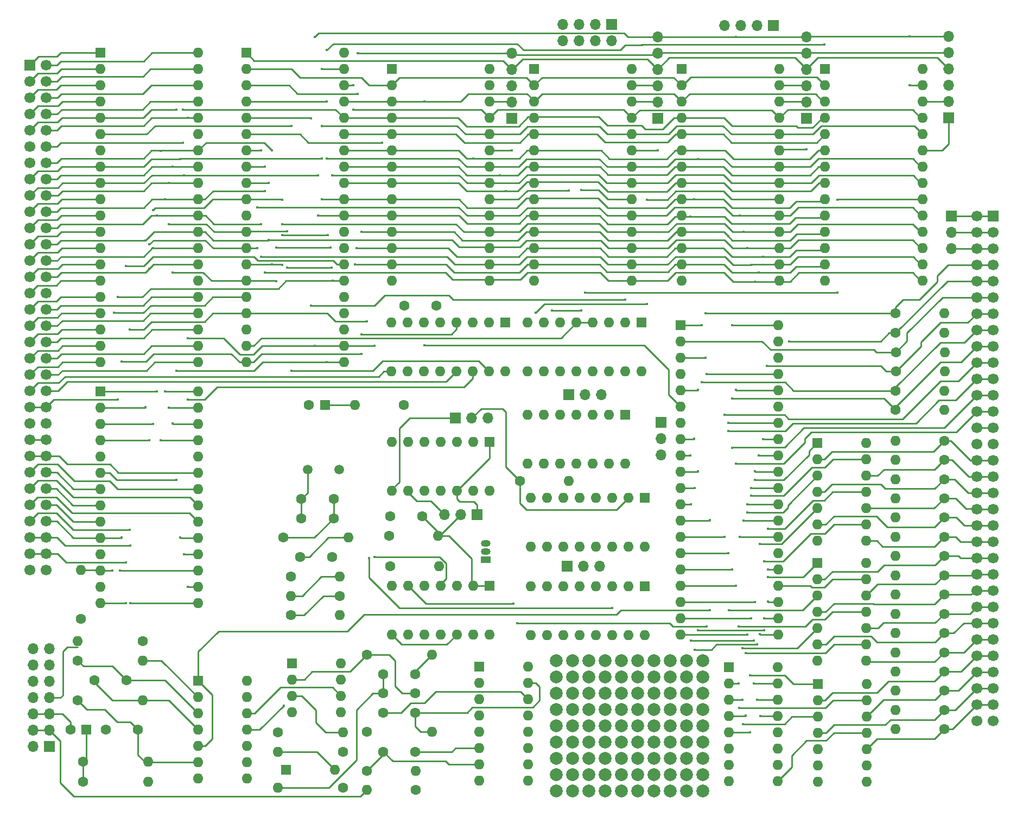
<source format=gbr>
G04 #@! TF.GenerationSoftware,KiCad,Pcbnew,7.0.7*
G04 #@! TF.CreationDate,2023-10-18T15:04:20+01:00*
G04 #@! TF.ProjectId,CA80,43413830-2e6b-4696-9361-645f70636258,V1.0*
G04 #@! TF.SameCoordinates,Original*
G04 #@! TF.FileFunction,Copper,L1,Top*
G04 #@! TF.FilePolarity,Positive*
%FSLAX46Y46*%
G04 Gerber Fmt 4.6, Leading zero omitted, Abs format (unit mm)*
G04 Created by KiCad (PCBNEW 7.0.7) date 2023-10-18 15:04:20*
%MOMM*%
%LPD*%
G01*
G04 APERTURE LIST*
G04 #@! TA.AperFunction,ComponentPad*
%ADD10R,1.600000X1.600000*%
G04 #@! TD*
G04 #@! TA.AperFunction,ComponentPad*
%ADD11O,1.600000X1.600000*%
G04 #@! TD*
G04 #@! TA.AperFunction,ComponentPad*
%ADD12C,1.600000*%
G04 #@! TD*
G04 #@! TA.AperFunction,ComponentPad*
%ADD13C,1.500000*%
G04 #@! TD*
G04 #@! TA.AperFunction,ComponentPad*
%ADD14R,1.700000X1.700000*%
G04 #@! TD*
G04 #@! TA.AperFunction,ComponentPad*
%ADD15C,1.700000*%
G04 #@! TD*
G04 #@! TA.AperFunction,ComponentPad*
%ADD16R,1.500000X1.050000*%
G04 #@! TD*
G04 #@! TA.AperFunction,ComponentPad*
%ADD17O,1.500000X1.050000*%
G04 #@! TD*
G04 #@! TA.AperFunction,ComponentPad*
%ADD18O,1.700000X1.700000*%
G04 #@! TD*
G04 #@! TA.AperFunction,ViaPad*
%ADD19C,2.000000*%
G04 #@! TD*
G04 #@! TA.AperFunction,ViaPad*
%ADD20C,0.450000*%
G04 #@! TD*
G04 #@! TA.AperFunction,ViaPad*
%ADD21C,0.400000*%
G04 #@! TD*
G04 #@! TA.AperFunction,Conductor*
%ADD22C,0.250000*%
G04 #@! TD*
G04 APERTURE END LIST*
D10*
X78440000Y75620000D03*
D11*
X75900000Y75620000D03*
X73360000Y75620000D03*
X70820000Y75620000D03*
X68280000Y75620000D03*
X65740000Y75620000D03*
X63200000Y75620000D03*
X60660000Y75620000D03*
X60660000Y68000000D03*
X63200000Y68000000D03*
X65740000Y68000000D03*
X68280000Y68000000D03*
X70820000Y68000000D03*
X73360000Y68000000D03*
X75900000Y68000000D03*
X78440000Y68000000D03*
D10*
X15250000Y117680000D03*
D11*
X15250000Y115140000D03*
X15250000Y112600000D03*
X15250000Y110060000D03*
X15250000Y107520000D03*
X15250000Y104980000D03*
X15250000Y102440000D03*
X15250000Y99900000D03*
X15250000Y97360000D03*
X15250000Y94820000D03*
X15250000Y92280000D03*
X15250000Y89740000D03*
X15250000Y87200000D03*
X15250000Y84660000D03*
X15250000Y82120000D03*
X15250000Y79580000D03*
X15250000Y77040000D03*
X15250000Y74500000D03*
X15250000Y71960000D03*
X15250000Y69420000D03*
X30490000Y69420000D03*
X30490000Y71960000D03*
X30490000Y74500000D03*
X30490000Y77040000D03*
X30490000Y79580000D03*
X30490000Y82120000D03*
X30490000Y84660000D03*
X30490000Y87200000D03*
X30490000Y89740000D03*
X30490000Y92280000D03*
X30490000Y94820000D03*
X30490000Y97360000D03*
X30490000Y99900000D03*
X30490000Y102440000D03*
X30490000Y104980000D03*
X30490000Y107520000D03*
X30490000Y110060000D03*
X30490000Y112600000D03*
X30490000Y115140000D03*
X30490000Y117680000D03*
D10*
X50305112Y62800000D03*
D12*
X47805112Y62800000D03*
D10*
X128325000Y115150000D03*
D11*
X128325000Y112610000D03*
X128325000Y110070000D03*
X128325000Y107530000D03*
X128325000Y104990000D03*
X128325000Y102450000D03*
X128325000Y99910000D03*
X128325000Y97370000D03*
X128325000Y94830000D03*
X128325000Y92290000D03*
X128325000Y89750000D03*
X128325000Y87210000D03*
X128325000Y84670000D03*
X128325000Y82130000D03*
X143565000Y82130000D03*
X143565000Y84670000D03*
X143565000Y87210000D03*
X143565000Y89750000D03*
X143565000Y92290000D03*
X143565000Y94830000D03*
X143565000Y97370000D03*
X143565000Y99910000D03*
X143565000Y102450000D03*
X143565000Y104990000D03*
X143565000Y107530000D03*
X143565000Y110070000D03*
X143565000Y112610000D03*
X143565000Y115150000D03*
D10*
X99690000Y75620000D03*
D11*
X97150000Y75620000D03*
X94610000Y75620000D03*
X92070000Y75620000D03*
X89530000Y75620000D03*
X86990000Y75620000D03*
X84450000Y75620000D03*
X81910000Y75620000D03*
X81910000Y68000000D03*
X84450000Y68000000D03*
X86990000Y68000000D03*
X89530000Y68000000D03*
X92070000Y68000000D03*
X94610000Y68000000D03*
X97150000Y68000000D03*
X99690000Y68000000D03*
D10*
X60700000Y115145000D03*
D11*
X60700000Y112605000D03*
X60700000Y110065000D03*
X60700000Y107525000D03*
X60700000Y104985000D03*
X60700000Y102445000D03*
X60700000Y99905000D03*
X60700000Y97365000D03*
X60700000Y94825000D03*
X60700000Y92285000D03*
X60700000Y89745000D03*
X60700000Y87205000D03*
X60700000Y84665000D03*
X60700000Y82125000D03*
X75940000Y82125000D03*
X75940000Y84665000D03*
X75940000Y87205000D03*
X75940000Y89745000D03*
X75940000Y92285000D03*
X75940000Y94825000D03*
X75940000Y97365000D03*
X75940000Y99905000D03*
X75940000Y102445000D03*
X75940000Y104985000D03*
X75940000Y107525000D03*
X75940000Y110065000D03*
X75940000Y112605000D03*
X75940000Y115145000D03*
D12*
X62610000Y62800000D03*
D11*
X54990000Y62800000D03*
D10*
X38000000Y117680000D03*
D11*
X38000000Y115140000D03*
X38000000Y112600000D03*
X38000000Y110060000D03*
X38000000Y107520000D03*
X38000000Y104980000D03*
X38000000Y102440000D03*
X38000000Y99900000D03*
X38000000Y97360000D03*
X38000000Y94820000D03*
X38000000Y92280000D03*
X38000000Y89740000D03*
X38000000Y87200000D03*
X38000000Y84660000D03*
X38000000Y82120000D03*
X38000000Y79580000D03*
X38000000Y77040000D03*
X38000000Y74500000D03*
X38000000Y71960000D03*
X38000000Y69420000D03*
X53240000Y69420000D03*
X53240000Y71960000D03*
X53240000Y74500000D03*
X53240000Y77040000D03*
X53240000Y79580000D03*
X53240000Y82120000D03*
X53240000Y84660000D03*
X53240000Y87200000D03*
X53240000Y89740000D03*
X53240000Y92280000D03*
X53240000Y94820000D03*
X53240000Y97360000D03*
X53240000Y99900000D03*
X53240000Y102440000D03*
X53240000Y104980000D03*
X53240000Y107520000D03*
X53240000Y110060000D03*
X53240000Y112600000D03*
X53240000Y115140000D03*
X53240000Y117680000D03*
D10*
X105750000Y75230000D03*
D11*
X105750000Y72690000D03*
X105750000Y70150000D03*
X105750000Y67610000D03*
X105750000Y65070000D03*
X105750000Y62530000D03*
X105750000Y59990000D03*
X105750000Y57450000D03*
X105750000Y54910000D03*
X105750000Y52370000D03*
X105750000Y49830000D03*
X105750000Y47290000D03*
X105750000Y44750000D03*
X105750000Y42210000D03*
X105750000Y39670000D03*
X105750000Y37130000D03*
X105750000Y34590000D03*
X105750000Y32050000D03*
X105750000Y29510000D03*
X105750000Y26970000D03*
X120990000Y26970000D03*
X120990000Y29510000D03*
X120990000Y32050000D03*
X120990000Y34590000D03*
X120990000Y37130000D03*
X120990000Y39670000D03*
X120990000Y42210000D03*
X120990000Y44750000D03*
X120990000Y47290000D03*
X120990000Y49830000D03*
X120990000Y52370000D03*
X120990000Y54910000D03*
X120990000Y57450000D03*
X120990000Y59990000D03*
X120990000Y62530000D03*
X120990000Y65070000D03*
X120990000Y67610000D03*
X120990000Y70150000D03*
X120990000Y72690000D03*
X120990000Y75230000D03*
D10*
X82950000Y115145000D03*
D11*
X82950000Y112605000D03*
X82950000Y110065000D03*
X82950000Y107525000D03*
X82950000Y104985000D03*
X82950000Y102445000D03*
X82950000Y99905000D03*
X82950000Y97365000D03*
X82950000Y94825000D03*
X82950000Y92285000D03*
X82950000Y89745000D03*
X82950000Y87205000D03*
X82950000Y84665000D03*
X82950000Y82125000D03*
X98190000Y82125000D03*
X98190000Y84665000D03*
X98190000Y87205000D03*
X98190000Y89745000D03*
X98190000Y92285000D03*
X98190000Y94825000D03*
X98190000Y97365000D03*
X98190000Y99905000D03*
X98190000Y102445000D03*
X98190000Y104985000D03*
X98190000Y107525000D03*
X98190000Y110065000D03*
X98190000Y112605000D03*
X98190000Y115145000D03*
D10*
X75940000Y57000000D03*
D11*
X73400000Y57000000D03*
X70860000Y57000000D03*
X68320000Y57000000D03*
X65780000Y57000000D03*
X63240000Y57000000D03*
X60700000Y57000000D03*
X60700000Y49380000D03*
X63240000Y49380000D03*
X65780000Y49380000D03*
X68320000Y49380000D03*
X70860000Y49380000D03*
X73400000Y49380000D03*
X75940000Y49380000D03*
D10*
X105950000Y115150000D03*
D11*
X105950000Y112610000D03*
X105950000Y110070000D03*
X105950000Y107530000D03*
X105950000Y104990000D03*
X105950000Y102450000D03*
X105950000Y99910000D03*
X105950000Y97370000D03*
X105950000Y94830000D03*
X105950000Y92290000D03*
X105950000Y89750000D03*
X105950000Y87210000D03*
X105950000Y84670000D03*
X105950000Y82130000D03*
X121190000Y82130000D03*
X121190000Y84670000D03*
X121190000Y87210000D03*
X121190000Y89750000D03*
X121190000Y92290000D03*
X121190000Y94830000D03*
X121190000Y97370000D03*
X121190000Y99910000D03*
X121190000Y102450000D03*
X121190000Y104990000D03*
X121190000Y107530000D03*
X121190000Y110070000D03*
X121190000Y112610000D03*
X121190000Y115150000D03*
D10*
X75940000Y34600000D03*
D11*
X73400000Y34600000D03*
X70860000Y34600000D03*
X68320000Y34600000D03*
X65780000Y34600000D03*
X63240000Y34600000D03*
X60700000Y34600000D03*
X60700000Y26980000D03*
X63240000Y26980000D03*
X65780000Y26980000D03*
X68320000Y26980000D03*
X70860000Y26980000D03*
X73400000Y26980000D03*
X75940000Y26980000D03*
D10*
X15250000Y64910000D03*
D11*
X15250000Y62370000D03*
X15250000Y59830000D03*
X15250000Y57290000D03*
X15250000Y54750000D03*
X15250000Y52210000D03*
X15250000Y49670000D03*
X15250000Y47130000D03*
X15250000Y44590000D03*
X15250000Y42050000D03*
X15250000Y39510000D03*
X15250000Y36970000D03*
X15250000Y34430000D03*
X15250000Y31890000D03*
X30490000Y31890000D03*
X30490000Y34430000D03*
X30490000Y36970000D03*
X30490000Y39510000D03*
X30490000Y42050000D03*
X30490000Y44590000D03*
X30490000Y47130000D03*
X30490000Y49670000D03*
X30490000Y52210000D03*
X30490000Y54750000D03*
X30490000Y57290000D03*
X30490000Y59830000D03*
X30490000Y62370000D03*
X30490000Y64910000D03*
D13*
X52480000Y52700000D03*
X47600000Y52700000D03*
D14*
X4250000Y115750000D03*
D15*
X4250000Y113210000D03*
X4250000Y110670000D03*
X4250000Y108130000D03*
X4250000Y105590000D03*
X4250000Y103050000D03*
X4250000Y100510000D03*
X4250000Y97970000D03*
X4250000Y95430000D03*
X4250000Y92890000D03*
X4250000Y90350000D03*
X4250000Y87810000D03*
X4250000Y85270000D03*
X4250000Y82730000D03*
X4250000Y80190000D03*
X4250000Y77650000D03*
X4250000Y75110000D03*
X4250000Y72570000D03*
X4250000Y70030000D03*
X4250000Y67490000D03*
X4250000Y64950000D03*
X4250000Y62410000D03*
X4250000Y59870000D03*
X4250000Y57330000D03*
X4250000Y54790000D03*
X4250000Y52250000D03*
X4250000Y49710000D03*
X4250000Y47170000D03*
X4250000Y44630000D03*
X4250000Y42090000D03*
X4250000Y39550000D03*
X4250000Y37010000D03*
X6790000Y115750000D03*
X6790000Y113210000D03*
X6790000Y110670000D03*
X6790000Y108130000D03*
X6790000Y105590000D03*
X6790000Y103050000D03*
X6790000Y100510000D03*
X6790000Y97970000D03*
X6790000Y95430000D03*
X6790000Y92890000D03*
X6790000Y90350000D03*
X6790000Y87810000D03*
X6790000Y85270000D03*
X6790000Y82730000D03*
X6790000Y80190000D03*
X6790000Y77650000D03*
X6790000Y75110000D03*
X6790000Y72570000D03*
X6790000Y70030000D03*
X6790000Y67490000D03*
X6790000Y64950000D03*
X6790000Y62410000D03*
X6790000Y59870000D03*
X6790000Y57330000D03*
X6790000Y54790000D03*
X6790000Y52250000D03*
X6790000Y49710000D03*
X6790000Y47170000D03*
X6790000Y44630000D03*
X6790000Y42090000D03*
X6790000Y39550000D03*
X6790000Y37010000D03*
D16*
X75400000Y38660000D03*
D17*
X75400000Y39930000D03*
X75400000Y41200000D03*
D12*
X60500000Y45400000D03*
X65500000Y45400000D03*
X67700000Y78300000D03*
X62700000Y78300000D03*
X60290000Y42400000D03*
D11*
X67910000Y42400000D03*
D12*
X60490000Y37600000D03*
D11*
X68110000Y37600000D03*
D12*
X56800000Y5700000D03*
D11*
X64420000Y5700000D03*
D12*
X64420000Y2700000D03*
D11*
X56800000Y2700000D03*
D10*
X74380000Y21950000D03*
D11*
X74380000Y19410000D03*
X74380000Y16870000D03*
X74380000Y14330000D03*
X74380000Y11790000D03*
X74380000Y9250000D03*
X74380000Y6710000D03*
X74380000Y4170000D03*
X82000000Y4170000D03*
X82000000Y6710000D03*
X82000000Y9250000D03*
X82000000Y11790000D03*
X82000000Y14330000D03*
X82000000Y16870000D03*
X82000000Y19410000D03*
X82000000Y21950000D03*
D10*
X97140000Y61200000D03*
D11*
X94600000Y61200000D03*
X92060000Y61200000D03*
X89520000Y61200000D03*
X86980000Y61200000D03*
X84440000Y61200000D03*
X81900000Y61200000D03*
X81900000Y53580000D03*
X84440000Y53580000D03*
X86980000Y53580000D03*
X89520000Y53580000D03*
X92060000Y53580000D03*
X94600000Y53580000D03*
X97140000Y53580000D03*
D10*
X100180000Y48250000D03*
D11*
X97640000Y48250000D03*
X95100000Y48250000D03*
X92560000Y48250000D03*
X90020000Y48250000D03*
X87480000Y48250000D03*
X84940000Y48250000D03*
X82400000Y48250000D03*
X82400000Y40630000D03*
X84940000Y40630000D03*
X87480000Y40630000D03*
X90020000Y40630000D03*
X92560000Y40630000D03*
X95100000Y40630000D03*
X97640000Y40630000D03*
X100180000Y40630000D03*
D10*
X100200000Y34500000D03*
D11*
X97660000Y34500000D03*
X95120000Y34500000D03*
X92580000Y34500000D03*
X90040000Y34500000D03*
X87500000Y34500000D03*
X84960000Y34500000D03*
X82420000Y34500000D03*
X82420000Y26880000D03*
X84960000Y26880000D03*
X87500000Y26880000D03*
X90040000Y26880000D03*
X92580000Y26880000D03*
X95120000Y26880000D03*
X97660000Y26880000D03*
X100200000Y26880000D03*
D10*
X45180000Y22500000D03*
D11*
X45180000Y19960000D03*
X45180000Y17420000D03*
X45180000Y14880000D03*
X52800000Y14880000D03*
X52800000Y17420000D03*
X52800000Y19960000D03*
X52800000Y22500000D03*
D12*
X44970000Y36000000D03*
D11*
X52590000Y36000000D03*
D12*
X52590000Y33000000D03*
D11*
X44970000Y33000000D03*
D12*
X44970000Y30000000D03*
D11*
X52590000Y30000000D03*
D12*
X80690000Y50900000D03*
D11*
X88310000Y50900000D03*
D14*
X74000000Y45700000D03*
D18*
X71460000Y45700000D03*
X68920000Y45700000D03*
D14*
X70620000Y60700000D03*
D18*
X73160000Y60700000D03*
X75700000Y60700000D03*
D14*
X88100000Y37600000D03*
D18*
X90640000Y37600000D03*
X93180000Y37600000D03*
D12*
X51630000Y48100000D03*
X46630000Y48100000D03*
X51380000Y39100000D03*
X46380000Y39100000D03*
D14*
X102200000Y107500000D03*
D18*
X102200000Y110040000D03*
X102200000Y112580000D03*
X102200000Y115120000D03*
X102200000Y117660000D03*
X102200000Y120200000D03*
D14*
X147600000Y107550000D03*
D18*
X147600000Y110090000D03*
X147600000Y112630000D03*
X147600000Y115170000D03*
X147600000Y117710000D03*
X147600000Y120250000D03*
D14*
X154550000Y92250000D03*
D15*
X154550000Y89710000D03*
X154550000Y87170000D03*
X154550000Y84630000D03*
X154550000Y82090000D03*
X154550000Y79550000D03*
X154550000Y77010000D03*
X154550000Y74470000D03*
X154550000Y71930000D03*
X154550000Y69390000D03*
X154550000Y66850000D03*
X154550000Y64310000D03*
X154550000Y61770000D03*
X154550000Y59230000D03*
X154550000Y56690000D03*
X154550000Y54150000D03*
X154550000Y51610000D03*
X154550000Y49070000D03*
X154550000Y46530000D03*
X154550000Y43990000D03*
X154550000Y41450000D03*
X154550000Y38910000D03*
X154550000Y36370000D03*
X154550000Y33830000D03*
X154550000Y31290000D03*
X154550000Y28750000D03*
X154550000Y26210000D03*
X154550000Y23670000D03*
X154550000Y21130000D03*
X154550000Y18590000D03*
X154550000Y16050000D03*
X154550000Y13510000D03*
X152010000Y92250000D03*
X152010000Y89710000D03*
X152010000Y87170000D03*
X152010000Y84630000D03*
X152010000Y82090000D03*
X152010000Y79550000D03*
X152010000Y77010000D03*
X152010000Y74470000D03*
X152010000Y71930000D03*
X152010000Y69390000D03*
X152010000Y66850000D03*
X152010000Y64310000D03*
X152010000Y61770000D03*
X152010000Y59230000D03*
X152010000Y56690000D03*
X152010000Y54150000D03*
X152010000Y51610000D03*
X152010000Y49070000D03*
X152010000Y46530000D03*
X152010000Y43990000D03*
X152010000Y41450000D03*
X152010000Y38910000D03*
X152010000Y36370000D03*
X152010000Y33830000D03*
X152010000Y31290000D03*
X152010000Y28750000D03*
X152010000Y26210000D03*
X152010000Y23670000D03*
X152010000Y21130000D03*
X152010000Y18590000D03*
X152010000Y16050000D03*
X152010000Y13510000D03*
D12*
X19300000Y19800000D03*
X14300000Y19800000D03*
X16100000Y12100000D03*
X21100000Y12100000D03*
X59380000Y14800000D03*
X64380000Y14800000D03*
X11720000Y22900000D03*
D11*
X21880000Y22900000D03*
D12*
X11720000Y16700000D03*
D11*
X21880000Y16700000D03*
D12*
X12520000Y7100000D03*
D11*
X22680000Y7100000D03*
D12*
X12520000Y4000000D03*
D11*
X22680000Y4000000D03*
D12*
X56800000Y11800000D03*
D11*
X66960000Y11800000D03*
D12*
X64380000Y20800000D03*
X59380000Y20800000D03*
D14*
X7290000Y9510000D03*
D18*
X4750000Y9510000D03*
X7290000Y12050000D03*
X4750000Y12050000D03*
X7290000Y14590000D03*
X4750000Y14590000D03*
X7290000Y17130000D03*
X4750000Y17130000D03*
X7290000Y19670000D03*
X4750000Y19670000D03*
X7290000Y22210000D03*
X4750000Y22210000D03*
X7290000Y24750000D03*
X4750000Y24750000D03*
D12*
X12200000Y29390000D03*
D11*
X12200000Y37010000D03*
D12*
X53080000Y8700000D03*
D11*
X42920000Y8700000D03*
D12*
X53080000Y3100000D03*
D11*
X42920000Y3100000D03*
D12*
X21880000Y25900000D03*
D11*
X11720000Y25900000D03*
D10*
X127200000Y19240000D03*
D11*
X127200000Y16700000D03*
X127200000Y14160000D03*
X127200000Y11620000D03*
X127200000Y9080000D03*
X127200000Y6540000D03*
X127200000Y4000000D03*
X134820000Y4000000D03*
X134820000Y6540000D03*
X134820000Y9080000D03*
X134820000Y11620000D03*
X134820000Y14160000D03*
X134820000Y16700000D03*
X134820000Y19240000D03*
D14*
X102700000Y60040000D03*
D18*
X102700000Y57500000D03*
X102700000Y54960000D03*
D12*
X139340000Y77050000D03*
D11*
X146960000Y77050000D03*
D12*
X139340000Y74000000D03*
D11*
X146960000Y74000000D03*
D12*
X139350000Y71000000D03*
D11*
X146970000Y71000000D03*
D12*
X139350000Y68000000D03*
D11*
X146970000Y68000000D03*
D12*
X139340000Y65000000D03*
D11*
X146960000Y65000000D03*
D12*
X146920000Y51200000D03*
D11*
X139300000Y51200000D03*
D12*
X146910000Y45200000D03*
D11*
X139290000Y45200000D03*
D12*
X146910000Y42200000D03*
D11*
X139290000Y42200000D03*
D12*
X146910000Y39200000D03*
D11*
X139290000Y39200000D03*
D12*
X146910000Y36200000D03*
D11*
X139290000Y36200000D03*
D12*
X146910000Y33200000D03*
D11*
X139290000Y33200000D03*
D12*
X146910000Y30200000D03*
D11*
X139290000Y30200000D03*
D12*
X146910000Y27200000D03*
D11*
X139290000Y27200000D03*
D12*
X146910000Y24200000D03*
D11*
X139290000Y24200000D03*
D12*
X146910000Y21200000D03*
D11*
X139290000Y21200000D03*
D12*
X146910000Y18200000D03*
D11*
X139290000Y18200000D03*
D12*
X146910000Y15200000D03*
D11*
X139290000Y15200000D03*
D12*
X146910000Y12200000D03*
D11*
X139290000Y12200000D03*
D10*
X44190000Y5900000D03*
D11*
X51810000Y5900000D03*
D12*
X42920000Y11700000D03*
D11*
X53080000Y11700000D03*
D12*
X56800000Y23800000D03*
D11*
X66960000Y23800000D03*
D12*
X139340000Y62000000D03*
D11*
X146960000Y62000000D03*
D10*
X30500000Y19725000D03*
D11*
X30500000Y17185000D03*
X30500000Y14645000D03*
X30500000Y12105000D03*
X30500000Y9565000D03*
X30500000Y7025000D03*
X30500000Y4485000D03*
X38120000Y4485000D03*
X38120000Y7025000D03*
X38120000Y9565000D03*
X38120000Y12105000D03*
X38120000Y14645000D03*
X38120000Y17185000D03*
X38120000Y19725000D03*
D14*
X88320000Y64400000D03*
D18*
X90860000Y64400000D03*
X93400000Y64400000D03*
D14*
X79400000Y107480000D03*
D18*
X79400000Y110020000D03*
X79400000Y112560000D03*
X79400000Y115100000D03*
X79400000Y117640000D03*
D10*
X127100000Y38125000D03*
D11*
X127100000Y35585000D03*
X127100000Y33045000D03*
X127100000Y30505000D03*
X127100000Y27965000D03*
X127100000Y25425000D03*
X127100000Y22885000D03*
X134720000Y22885000D03*
X134720000Y25425000D03*
X134720000Y27965000D03*
X134720000Y30505000D03*
X134720000Y33045000D03*
X134720000Y35585000D03*
X134720000Y38125000D03*
D10*
X127100000Y56800000D03*
D11*
X127100000Y54260000D03*
X127100000Y51720000D03*
X127100000Y49180000D03*
X127100000Y46640000D03*
X127100000Y44100000D03*
X127100000Y41560000D03*
X134720000Y41560000D03*
X134720000Y44100000D03*
X134720000Y46640000D03*
X134720000Y49180000D03*
X134720000Y51720000D03*
X134720000Y54260000D03*
X134720000Y56800000D03*
D12*
X146910000Y48200000D03*
D11*
X139290000Y48200000D03*
D12*
X146920000Y54200000D03*
D11*
X139300000Y54200000D03*
D12*
X146920000Y57200000D03*
D11*
X139300000Y57200000D03*
D10*
X113280000Y21900000D03*
D11*
X113280000Y19360000D03*
X113280000Y16820000D03*
X113280000Y14280000D03*
X113280000Y11740000D03*
X113280000Y9200000D03*
X113280000Y6660000D03*
X113280000Y4120000D03*
X120900000Y4120000D03*
X120900000Y6660000D03*
X120900000Y9200000D03*
X120900000Y11740000D03*
X120900000Y14280000D03*
X120900000Y16820000D03*
X120900000Y19360000D03*
X120900000Y21900000D03*
D14*
X120230000Y121950000D03*
D18*
X117690000Y121950000D03*
X115150000Y121950000D03*
X112610000Y121950000D03*
D14*
X125400000Y107500000D03*
D18*
X125400000Y110040000D03*
X125400000Y112580000D03*
X125400000Y115120000D03*
X125400000Y117660000D03*
X125400000Y120200000D03*
D12*
X59380000Y8700000D03*
X64380000Y8700000D03*
X43800000Y42100000D03*
D11*
X53960000Y42100000D03*
D14*
X95020000Y122100000D03*
D18*
X95020000Y119560000D03*
X92480000Y122100000D03*
X92480000Y119560000D03*
X89940000Y122100000D03*
X89940000Y119560000D03*
X87400000Y122100000D03*
X87400000Y119560000D03*
D14*
X148000000Y92240000D03*
D18*
X148000000Y89700000D03*
X148000000Y87160000D03*
D10*
X13100000Y12100000D03*
D12*
X10600000Y12100000D03*
X64380000Y17800000D03*
X59380000Y17800000D03*
X51630000Y45100000D03*
X46630000Y45100000D03*
D19*
X106680000Y17780000D03*
X93980000Y17780000D03*
X106680000Y7620000D03*
X104140000Y15240000D03*
X93980000Y10160000D03*
X86360000Y15240000D03*
X99060000Y22860000D03*
X101600000Y20320000D03*
X91440000Y12700000D03*
X109220000Y17780000D03*
X96520000Y7620000D03*
X101600000Y15240000D03*
X91440000Y10160000D03*
X99060000Y12700000D03*
X86360000Y10160000D03*
X88900000Y17780000D03*
X93980000Y22860000D03*
X91440000Y7620000D03*
X101600000Y2540000D03*
X88900000Y12700000D03*
X109220000Y10160000D03*
X88900000Y5080000D03*
X96520000Y10160000D03*
X99060000Y20320000D03*
X109220000Y5080000D03*
X93980000Y20320000D03*
X101600000Y7620000D03*
X91440000Y17780000D03*
X93980000Y12700000D03*
X88900000Y22860000D03*
X88900000Y10160000D03*
X91440000Y2540000D03*
X86360000Y20320000D03*
X88900000Y7620000D03*
X104140000Y22860000D03*
X86360000Y12700000D03*
X109220000Y7620000D03*
X101600000Y10160000D03*
X93980000Y15240000D03*
X104140000Y12700000D03*
X101600000Y17780000D03*
X96520000Y12700000D03*
X96520000Y15240000D03*
X106680000Y20320000D03*
X109220000Y22860000D03*
X99060000Y17780000D03*
X88900000Y15240000D03*
X88900000Y2540000D03*
X101600000Y5080000D03*
X109220000Y2540000D03*
X96520000Y17780000D03*
X104140000Y10160000D03*
X99060000Y15240000D03*
X106680000Y10160000D03*
X104140000Y2540000D03*
X106680000Y22860000D03*
X88900000Y20320000D03*
X104140000Y5080000D03*
X101600000Y22860000D03*
X96520000Y5080000D03*
X93980000Y5080000D03*
X109220000Y20320000D03*
X93980000Y2540000D03*
X104140000Y17780000D03*
X109220000Y12700000D03*
X106680000Y12700000D03*
X99060000Y7620000D03*
X91440000Y22860000D03*
X101600000Y12700000D03*
X99060000Y5080000D03*
X96520000Y22860000D03*
X109220000Y15240000D03*
X91440000Y5080000D03*
X104140000Y20320000D03*
X106680000Y5080000D03*
X96520000Y20320000D03*
X91440000Y15240000D03*
X96520000Y2540000D03*
X99060000Y2540000D03*
X86360000Y5080000D03*
X86360000Y22860000D03*
X106680000Y15240000D03*
X91440000Y20320000D03*
X104140000Y7620000D03*
X86360000Y2540000D03*
X106680000Y2540000D03*
X99060000Y10160000D03*
X93980000Y7620000D03*
X86360000Y7620000D03*
X86360000Y17780000D03*
D20*
X99740000Y118900000D03*
X50600000Y118100000D03*
X50600000Y110060000D03*
X128250000Y118950000D03*
X48100500Y107500000D03*
X97100000Y79200000D03*
X48100500Y78300000D03*
X24100000Y64900000D03*
X116800000Y49830000D03*
X24100000Y92280000D03*
X40300000Y85900000D03*
X40300000Y91000000D03*
X40300000Y102500000D03*
X116800000Y84650000D03*
X40900000Y96150000D03*
X40900000Y83400000D03*
X25300000Y64910000D03*
X117400000Y82005000D03*
X117400000Y52400000D03*
X40900000Y99900000D03*
X25300000Y94820000D03*
X22300000Y88400000D03*
X116200000Y47300000D03*
X22300000Y62400000D03*
X41500000Y88500000D03*
X116200000Y87210000D03*
X41500000Y97360000D03*
X23500000Y59800000D03*
X23500000Y87200000D03*
X115600000Y89800000D03*
X43600000Y91000000D03*
X115600000Y44750000D03*
X23500000Y93150000D03*
X43600000Y94800000D03*
X28300000Y98600000D03*
X49200000Y98600000D03*
X28300000Y39500000D03*
X49200000Y92300000D03*
X107300000Y92165000D03*
X107300000Y54900000D03*
X49800000Y101200000D03*
X27700000Y42100000D03*
X49800000Y94820000D03*
X107900000Y94830000D03*
X107900000Y57500000D03*
X27700000Y101150000D03*
X25900000Y97360000D03*
X55000000Y84665000D03*
X44400000Y84200000D03*
X25900000Y91000000D03*
X118000000Y54900000D03*
X25900000Y62350000D03*
X51300000Y84200000D03*
X118000000Y83400000D03*
X44400000Y89850000D03*
X78500000Y96100000D03*
X115000000Y42200000D03*
X22900000Y57300000D03*
X39700000Y93600000D03*
X22900000Y84000000D03*
X115000000Y92290000D03*
X39700000Y87200000D03*
X22900000Y87800000D03*
X77550000Y98550000D03*
X50700000Y89300000D03*
X113200000Y89100000D03*
X42050000Y102500000D03*
X24700000Y102400000D03*
X113200000Y60000000D03*
X43650000Y89300000D03*
X24700000Y57300000D03*
X43650000Y84600000D03*
X42050000Y84660000D03*
X56000000Y89745000D03*
X73400000Y101200000D03*
X118600000Y57450000D03*
X26500000Y59850000D03*
X118600000Y85900000D03*
X42700000Y87300000D03*
X26500000Y99900000D03*
X42700000Y82100000D03*
X26500000Y83400000D03*
X51200000Y87300000D03*
X55200000Y87200000D03*
X28150000Y108800000D03*
X28150000Y103700000D03*
X65800000Y110065000D03*
X54700000Y112600000D03*
X54700000Y108800000D03*
X49800000Y106300000D03*
X49800000Y115140000D03*
X51450000Y98600000D03*
X18000000Y63600000D03*
D21*
X51500000Y82120000D03*
D20*
X18000000Y79600000D03*
X18330000Y36970000D03*
X18600000Y42100000D03*
D21*
X56000000Y70700000D03*
D20*
X18600000Y69500000D03*
D21*
X56000000Y73800000D03*
D20*
X45050000Y68100000D03*
X45050000Y106300000D03*
X83200000Y77200000D03*
X100500000Y94800000D03*
X100500000Y78500000D03*
X85700000Y77500000D03*
X90310500Y77500000D03*
X90250000Y96275000D03*
X88300000Y96225000D03*
X90849500Y80300000D03*
X130200000Y94800000D03*
X130200000Y80300000D03*
X65800000Y72100000D03*
X17100000Y36970000D03*
X17400000Y77150000D03*
X19200000Y84400000D03*
X19200000Y38200000D03*
X19200000Y31900000D03*
X28900000Y34400000D03*
X28900000Y63600000D03*
X141500000Y120220000D03*
X48700000Y120200000D03*
X58000000Y71960000D03*
X28900000Y73200000D03*
X114400000Y120200000D03*
X114400000Y65100000D03*
X28900000Y107520000D03*
X141500000Y112600000D03*
X48700000Y71960000D03*
X58000000Y39100000D03*
X27150500Y68100000D03*
X108500000Y101150000D03*
X27150000Y108800000D03*
X50600000Y101200000D03*
X50550000Y69450000D03*
X108500000Y65100000D03*
X27150500Y51100000D03*
D21*
X59200000Y103700000D03*
D20*
X56800000Y75800000D03*
X57200000Y38900000D03*
X19800000Y43300000D03*
X95120000Y31100000D03*
X19800000Y74500000D03*
X19900000Y31900000D03*
X19900000Y40800000D03*
X79400000Y102450000D03*
X55400000Y111300000D03*
X55400000Y117600000D03*
D21*
X102200000Y102500000D03*
D20*
X125400000Y102650000D03*
X113800000Y75230000D03*
X113800000Y63800000D03*
D21*
X119200000Y68900000D03*
D20*
X122700000Y72700000D03*
D21*
X109700000Y77100000D03*
X109700000Y70150000D03*
D20*
X116200000Y26970000D03*
X116200000Y46000000D03*
X116800000Y48600000D03*
X116800000Y29500000D03*
X117400000Y32050000D03*
X117400000Y51100000D03*
X119400000Y37100000D03*
X119400000Y43500000D03*
X119400000Y32100000D03*
X119400000Y35900000D03*
X118850500Y29500000D03*
X118850500Y38400000D03*
X118100000Y27000000D03*
X118100000Y41100000D03*
X114400000Y34600000D03*
X114400000Y53600000D03*
X113800000Y37100000D03*
X113800000Y56100000D03*
X113200000Y39670000D03*
X113200000Y58700000D03*
X112600000Y61200000D03*
X112600000Y42200000D03*
X109100000Y75200000D03*
X109100000Y66300000D03*
X109800000Y28200000D03*
D21*
X80249000Y28700000D03*
D20*
X109800000Y67600000D03*
D21*
X110324500Y30800000D03*
X110324500Y44800000D03*
X79724500Y31800000D03*
X107400000Y26000000D03*
X117200000Y26000000D03*
X117200000Y19360000D03*
D20*
X107400000Y47300000D03*
D21*
X117700000Y16820000D03*
X107950000Y24600000D03*
D20*
X107950000Y49800000D03*
D21*
X117725000Y25400000D03*
X118200000Y14280000D03*
X118800000Y27600000D03*
D20*
X108500000Y52400000D03*
D21*
X108500000Y27600000D03*
X43900000Y15900000D03*
D20*
X115500000Y13000000D03*
X114900000Y15500000D03*
X116600000Y20600000D03*
X116600000Y11740000D03*
X115949500Y14300000D03*
X115949500Y24100000D03*
X115400000Y24800000D03*
X115400000Y16800000D03*
X114800000Y28200000D03*
X114800000Y19360000D03*
X113300000Y30800000D03*
D22*
X60700000Y112605000D02*
X57195000Y112605000D01*
X61945000Y113850000D02*
X60700000Y112605000D01*
X104710000Y113850000D02*
X84195000Y113850000D01*
X127035000Y113900000D02*
X107400000Y113900000D01*
X81705000Y113850000D02*
X61945000Y113850000D01*
X46400000Y113800000D02*
X45060000Y115140000D01*
X45060000Y115140000D02*
X38000000Y115140000D01*
X84195000Y113850000D02*
X82950000Y112605000D01*
X56000000Y113800000D02*
X46400000Y113800000D01*
X57195000Y112605000D02*
X56000000Y113800000D01*
X107400000Y113900000D02*
X106110000Y112610000D01*
X106110000Y112610000D02*
X105950000Y112610000D01*
X128325000Y112610000D02*
X127035000Y113900000D01*
X105950000Y112610000D02*
X104710000Y113850000D01*
X82950000Y112605000D02*
X81705000Y113850000D01*
X51600000Y119100000D02*
X80300000Y119100000D01*
X50600000Y110060000D02*
X38000000Y110060000D01*
X97150000Y118900000D02*
X99740000Y118900000D01*
X81300000Y118100000D02*
X96350000Y118100000D01*
X99790000Y118950000D02*
X99740000Y118900000D01*
X80300000Y119100000D02*
X81300000Y118100000D01*
X96350000Y118100000D02*
X97150000Y118900000D01*
X50600000Y118100000D02*
X51600000Y119100000D01*
X128250000Y118950000D02*
X99790000Y118950000D01*
X97100000Y79200000D02*
X70300000Y79200000D01*
X59600000Y79900000D02*
X58000000Y78300000D01*
X48080500Y107520000D02*
X48100500Y107500000D01*
X69600000Y79900000D02*
X59600000Y79900000D01*
X38000000Y107520000D02*
X48080500Y107520000D01*
X58000000Y78300000D02*
X48100500Y78300000D01*
X70300000Y79200000D02*
X69600000Y79900000D01*
X116800000Y84650000D02*
X113987500Y84650000D01*
X93275000Y85850000D02*
X81800000Y85850000D01*
X112737500Y85900000D02*
X105000000Y85900000D01*
X122870000Y84670000D02*
X124100000Y85900000D01*
X24090000Y64910000D02*
X15250000Y64910000D01*
X69325000Y85900000D02*
X40300000Y85900000D01*
X40240000Y102440000D02*
X38000000Y102440000D01*
X116800000Y84650000D02*
X116820000Y84670000D01*
X33000000Y91000000D02*
X31720000Y92280000D01*
X24100000Y92280000D02*
X23180000Y92280000D01*
X103765000Y84665000D02*
X94460000Y84665000D01*
X23180000Y92280000D02*
X21900000Y91000000D01*
X142060000Y85900000D02*
X143565000Y84395000D01*
X40300000Y102500000D02*
X40240000Y102440000D01*
X40300000Y91000000D02*
X33000000Y91000000D01*
X113987500Y84650000D02*
X112737500Y85900000D01*
X9100000Y91000000D02*
X8450000Y90350000D01*
X105000000Y85900000D02*
X103765000Y84665000D01*
X124100000Y85900000D02*
X142060000Y85900000D01*
X116820000Y84670000D02*
X122870000Y84670000D01*
X94460000Y84665000D02*
X93275000Y85850000D01*
X116800000Y49830000D02*
X120990000Y49830000D01*
X24100000Y64900000D02*
X24090000Y64910000D01*
X21900000Y91000000D02*
X9100000Y91000000D01*
X31720000Y92280000D02*
X30490000Y92280000D01*
X81800000Y85850000D02*
X80615000Y84665000D01*
X80615000Y84665000D02*
X70560000Y84665000D01*
X24100000Y92280000D02*
X30490000Y92280000D01*
X8450000Y90350000D02*
X6790000Y90350000D01*
X70560000Y84665000D02*
X69325000Y85900000D01*
X124250000Y83400000D02*
X142020000Y83400000D01*
X31520000Y94820000D02*
X30490000Y94820000D01*
X22000000Y93500000D02*
X23320000Y94820000D01*
X25300000Y64910000D02*
X30490000Y64910000D01*
X23320000Y94820000D02*
X25300000Y94820000D01*
X70210000Y82315000D02*
X80815000Y82315000D01*
X9100000Y93500000D02*
X22000000Y93500000D01*
X142020000Y83400000D02*
X143565000Y81855000D01*
X69125000Y83400000D02*
X70210000Y82315000D01*
X112550000Y83400000D02*
X113945000Y82005000D01*
X6790000Y92890000D02*
X8490000Y92890000D01*
X40900000Y83400000D02*
X69125000Y83400000D01*
X105050000Y83400000D02*
X112550000Y83400000D01*
X80815000Y82315000D02*
X81900000Y83400000D01*
X8490000Y92890000D02*
X9100000Y93500000D01*
X25300000Y94820000D02*
X30490000Y94820000D01*
X122855000Y82005000D02*
X124250000Y83400000D01*
X38000000Y99900000D02*
X40900000Y99900000D01*
X117430000Y52370000D02*
X120990000Y52370000D01*
X94475000Y82125000D02*
X103775000Y82125000D01*
X103775000Y82125000D02*
X105050000Y83400000D01*
X113945000Y82005000D02*
X117400000Y82005000D01*
X93200000Y83400000D02*
X94475000Y82125000D01*
X40900000Y96150000D02*
X32850000Y96150000D01*
X81900000Y83400000D02*
X93200000Y83400000D01*
X117400000Y52400000D02*
X117430000Y52370000D01*
X32850000Y96150000D02*
X31520000Y94820000D01*
X117400000Y82005000D02*
X122855000Y82005000D01*
X80745000Y87395000D02*
X71205000Y87395000D01*
X22300000Y62400000D02*
X22270000Y62370000D01*
X116200000Y87210000D02*
X113890000Y87210000D01*
X116200000Y87210000D02*
X122860000Y87210000D01*
X120990000Y47290000D02*
X116210000Y47290000D01*
X71205000Y87395000D02*
X70100000Y88500000D01*
X103805000Y87205000D02*
X94520000Y87205000D01*
X94520000Y87205000D02*
X93325000Y88400000D01*
X112600000Y88500000D02*
X105100000Y88500000D01*
X22300000Y88400000D02*
X23640000Y89740000D01*
X113890000Y87210000D02*
X112600000Y88500000D01*
X23640000Y89740000D02*
X30490000Y89740000D01*
X124150000Y88500000D02*
X142000000Y88500000D01*
X105100000Y88500000D02*
X103805000Y87205000D01*
X22270000Y62370000D02*
X15250000Y62370000D01*
X122860000Y87210000D02*
X124150000Y88500000D01*
X41500000Y97360000D02*
X38000000Y97360000D01*
X8500000Y87810000D02*
X6790000Y87810000D01*
X9090000Y88400000D02*
X8500000Y87810000D01*
X22300000Y88400000D02*
X9090000Y88400000D01*
X81750000Y88400000D02*
X80745000Y87395000D01*
X41450000Y88450000D02*
X41500000Y88500000D01*
X70100000Y88500000D02*
X41500000Y88500000D01*
X93325000Y88400000D02*
X81750000Y88400000D01*
X32900000Y88450000D02*
X41450000Y88450000D01*
X31610000Y89740000D02*
X32900000Y88450000D01*
X142000000Y88500000D02*
X143565000Y86935000D01*
X30490000Y89740000D02*
X31610000Y89740000D01*
X116210000Y47290000D02*
X116200000Y47300000D01*
X22000000Y85900000D02*
X9160000Y85900000D01*
X124050000Y91000000D02*
X142040000Y91000000D01*
X122850000Y89800000D02*
X124050000Y91000000D01*
X23500000Y59800000D02*
X23470000Y59830000D01*
X112650000Y91050000D02*
X113900000Y89800000D01*
X32770000Y94820000D02*
X38000000Y94820000D01*
X105150000Y91050000D02*
X112650000Y91050000D01*
X23470000Y59830000D02*
X15250000Y59830000D01*
X8530000Y85270000D02*
X6790000Y85270000D01*
X23500000Y87200000D02*
X30490000Y87200000D01*
X43600000Y94800000D02*
X43580000Y94820000D01*
X94380000Y89745000D02*
X103845000Y89745000D01*
X9160000Y85900000D02*
X8530000Y85270000D01*
X23300000Y87200000D02*
X22000000Y85900000D01*
X43600000Y91000000D02*
X70750000Y91000000D01*
X115600000Y89800000D02*
X122850000Y89800000D01*
X113900000Y89800000D02*
X115600000Y89800000D01*
X31450000Y93500000D02*
X32770000Y94820000D01*
X72005000Y89745000D02*
X80595000Y89745000D01*
X93100000Y91025000D02*
X94380000Y89745000D01*
X142040000Y91000000D02*
X143565000Y89475000D01*
X23850000Y93500000D02*
X31450000Y93500000D01*
X23500000Y93150000D02*
X23850000Y93500000D01*
X23500000Y87200000D02*
X23300000Y87200000D01*
X103845000Y89745000D02*
X105150000Y91050000D01*
X43580000Y94820000D02*
X38000000Y94820000D01*
X81875000Y91025000D02*
X93100000Y91025000D01*
X70750000Y91000000D02*
X72005000Y89745000D01*
X115600000Y44750000D02*
X120990000Y44750000D01*
X80595000Y89745000D02*
X81875000Y91025000D01*
X49200000Y98600000D02*
X28300000Y98600000D01*
X80600000Y91050000D02*
X72475000Y91050000D01*
X122750000Y91050000D02*
X113750000Y91050000D01*
X128325000Y92015000D02*
X123715000Y92015000D01*
X107290000Y54910000D02*
X107300000Y54900000D01*
X22060000Y97360000D02*
X9360000Y97360000D01*
X112635000Y92165000D02*
X107300000Y92165000D01*
X93140000Y92285000D02*
X81835000Y92285000D01*
X72475000Y91050000D02*
X71240000Y92285000D01*
X28300000Y98600000D02*
X23300000Y98600000D01*
X105750000Y54910000D02*
X107290000Y54910000D01*
X107300000Y92165000D02*
X104890000Y92165000D01*
X30490000Y39510000D02*
X28310000Y39510000D01*
X123715000Y92015000D02*
X122750000Y91050000D01*
X49220000Y92280000D02*
X53240000Y92280000D01*
X81835000Y92285000D02*
X80600000Y91050000D01*
X28310000Y39510000D02*
X28300000Y39500000D01*
X5495000Y96675000D02*
X4250000Y95430000D01*
X103725000Y91000000D02*
X94425000Y91000000D01*
X94425000Y91000000D02*
X93140000Y92285000D01*
X113750000Y91050000D02*
X112635000Y92165000D01*
X9360000Y97360000D02*
X8675000Y96675000D01*
X8675000Y96675000D02*
X5495000Y96675000D01*
X71240000Y92285000D02*
X53245000Y92285000D01*
X23300000Y98600000D02*
X22060000Y97360000D01*
X53245000Y92285000D02*
X53240000Y92280000D01*
X104890000Y92165000D02*
X103725000Y91000000D01*
X104930000Y94830000D02*
X103600000Y93500000D01*
X27700000Y101150000D02*
X23250000Y101150000D01*
X80200000Y93500000D02*
X72525000Y93500000D01*
X122750000Y93500000D02*
X123805000Y94555000D01*
X94425000Y93500000D02*
X92910000Y95015000D01*
X112470000Y94830000D02*
X113800000Y93500000D01*
X27750000Y42050000D02*
X27700000Y42100000D01*
X5505000Y99225000D02*
X4250000Y97970000D01*
X27750000Y101200000D02*
X27700000Y101150000D01*
X22000000Y99900000D02*
X9218198Y99900000D01*
X107850000Y57450000D02*
X107900000Y57500000D01*
X49800000Y94820000D02*
X53240000Y94820000D01*
X92910000Y95015000D02*
X81715000Y95015000D01*
X49800000Y101200000D02*
X27750000Y101200000D01*
X113800000Y93500000D02*
X122750000Y93500000D01*
X105750000Y57450000D02*
X107850000Y57450000D01*
X9218198Y99900000D02*
X8543198Y99225000D01*
X23250000Y101150000D02*
X22000000Y99900000D01*
X81715000Y95015000D02*
X80200000Y93500000D01*
X53245000Y94825000D02*
X53240000Y94820000D01*
X123805000Y94555000D02*
X128325000Y94555000D01*
X107900000Y94830000D02*
X112470000Y94830000D01*
X72525000Y93500000D02*
X71200000Y94825000D01*
X107900000Y94830000D02*
X104930000Y94830000D01*
X30490000Y42050000D02*
X27750000Y42050000D01*
X103600000Y93500000D02*
X94425000Y93500000D01*
X8543198Y99225000D02*
X5505000Y99225000D01*
X71200000Y94825000D02*
X53245000Y94825000D01*
X25920000Y62370000D02*
X25900000Y62350000D01*
X80600000Y83400000D02*
X70500000Y83400000D01*
X113793750Y83400000D02*
X112523750Y84670000D01*
X31800000Y91000000D02*
X33060000Y89740000D01*
X104945000Y84670000D02*
X103815000Y83540000D01*
X25900000Y91000000D02*
X31800000Y91000000D01*
X8630000Y95430000D02*
X9300000Y96100000D01*
X122850000Y83400000D02*
X123845000Y84395000D01*
X30495000Y62375000D02*
X30490000Y62370000D01*
X120990000Y54910000D02*
X118010000Y54910000D01*
X94260000Y83540000D02*
X93135000Y84665000D01*
X55000000Y84665000D02*
X60700000Y84665000D01*
X25900000Y97360000D02*
X30490000Y97360000D01*
X93135000Y84665000D02*
X81865000Y84665000D01*
X112523750Y84670000D02*
X104945000Y84670000D01*
X44400000Y84200000D02*
X51300000Y84200000D01*
X9300000Y96100000D02*
X22000000Y96100000D01*
X38160000Y89900000D02*
X38000000Y89740000D01*
X44400000Y89850000D02*
X44350000Y89900000D01*
X69235000Y84665000D02*
X60700000Y84665000D01*
X118000000Y83400000D02*
X122850000Y83400000D01*
X70500000Y83400000D02*
X69235000Y84665000D01*
X103815000Y83540000D02*
X94260000Y83540000D01*
X118010000Y54910000D02*
X118000000Y54900000D01*
X81865000Y84665000D02*
X80600000Y83400000D01*
X22000000Y96100000D02*
X23260000Y97360000D01*
X6790000Y95430000D02*
X8630000Y95430000D01*
X123845000Y84395000D02*
X128325000Y84395000D01*
X23260000Y97360000D02*
X25900000Y97360000D01*
X30490000Y62370000D02*
X25920000Y62370000D01*
X44350000Y89900000D02*
X38160000Y89900000D01*
X33060000Y89740000D02*
X38000000Y89740000D01*
X118000000Y83400000D02*
X113793750Y83400000D01*
X72425000Y96100000D02*
X78500000Y96100000D01*
X126120000Y96120000D02*
X127370000Y97370000D01*
X60700000Y97365000D02*
X53245000Y97365000D01*
X113780000Y96120000D02*
X126120000Y96120000D01*
X60700000Y97365000D02*
X71160000Y97365000D01*
X78500000Y96100000D02*
X80350000Y96100000D01*
X53245000Y97365000D02*
X53240000Y97360000D01*
X127370000Y97370000D02*
X128325000Y97370000D01*
X92920000Y97555000D02*
X94400000Y96075000D01*
X104970000Y97370000D02*
X112530000Y97370000D01*
X112530000Y97370000D02*
X113780000Y96120000D01*
X80350000Y96100000D02*
X81805000Y97555000D01*
X103675000Y96075000D02*
X104970000Y97370000D01*
X94400000Y96075000D02*
X103675000Y96075000D01*
X81805000Y97555000D02*
X92920000Y97555000D01*
X71160000Y97365000D02*
X72425000Y96100000D01*
X115000000Y92290000D02*
X122840000Y92290000D01*
X103585000Y92285000D02*
X94340000Y92285000D01*
X124150000Y93600000D02*
X141980000Y93600000D01*
X81875000Y93525000D02*
X80635000Y92285000D01*
X94340000Y92285000D02*
X93100000Y93525000D01*
X23560000Y84660000D02*
X30490000Y84660000D01*
X22900000Y87800000D02*
X23550000Y88450000D01*
X120990000Y42210000D02*
X115010000Y42210000D01*
X23550000Y88450000D02*
X31600000Y88450000D01*
X104880000Y93580000D02*
X103585000Y92285000D01*
X8530000Y82730000D02*
X6790000Y82730000D01*
X113910000Y92290000D02*
X112620000Y93580000D01*
X141980000Y93600000D02*
X143565000Y92015000D01*
X115000000Y92290000D02*
X113910000Y92290000D01*
X9200000Y83400000D02*
X8530000Y82730000D01*
X22890000Y57290000D02*
X15250000Y57290000D01*
X32850000Y87200000D02*
X38000000Y87200000D01*
X22900000Y84000000D02*
X23560000Y84660000D01*
X122840000Y92290000D02*
X124150000Y93600000D01*
X22900000Y57300000D02*
X22890000Y57290000D01*
X31600000Y88450000D02*
X32850000Y87200000D01*
X22900000Y84000000D02*
X22300000Y83400000D01*
X112620000Y93580000D02*
X104880000Y93580000D01*
X80635000Y92285000D02*
X72465000Y92285000D01*
X71150000Y93600000D02*
X39700000Y93600000D01*
X115010000Y42210000D02*
X115000000Y42200000D01*
X72465000Y92285000D02*
X71150000Y93600000D01*
X93100000Y93525000D02*
X81875000Y93525000D01*
X22300000Y83400000D02*
X9200000Y83400000D01*
X38000000Y87200000D02*
X39700000Y87200000D01*
X113800000Y98600000D02*
X126000000Y98600000D01*
X81755000Y99905000D02*
X93220000Y99905000D01*
X103680010Y98680010D02*
X104910000Y99910000D01*
X104910000Y99910000D02*
X112490000Y99910000D01*
X127310000Y99910000D02*
X128325000Y99910000D01*
X77500000Y98600000D02*
X72425000Y98600000D01*
X126000000Y98600000D02*
X127310000Y99910000D01*
X80400000Y98550000D02*
X81755000Y99905000D01*
X77550000Y98550000D02*
X77500000Y98600000D01*
X93220000Y99905000D02*
X94444990Y98680010D01*
X94444990Y98680010D02*
X103680010Y98680010D01*
X112490000Y99910000D02*
X113800000Y98600000D01*
X71125000Y99900000D02*
X53240000Y99900000D01*
X72425000Y98600000D02*
X71125000Y99900000D01*
X77550000Y98550000D02*
X80400000Y98550000D01*
X42050000Y102500000D02*
X40850000Y103700000D01*
X6790000Y100510000D02*
X8510000Y100510000D01*
X40850000Y103700000D02*
X31750000Y103700000D01*
X94525000Y88400000D02*
X93180000Y89745000D01*
X113200000Y89100000D02*
X112550000Y89750000D01*
X8510000Y100510000D02*
X9200000Y101200000D01*
X56000000Y89745000D02*
X60700000Y89745000D01*
X113210000Y59990000D02*
X120990000Y59990000D01*
X23240000Y102440000D02*
X30490000Y102440000D01*
X43650000Y84600000D02*
X43590000Y84660000D01*
X24700000Y57300000D02*
X24710000Y57290000D01*
X70455000Y89745000D02*
X60700000Y89745000D01*
X81695000Y89745000D02*
X80400000Y88450000D01*
X31750000Y103700000D02*
X30490000Y102440000D01*
X113850000Y88450000D02*
X122850000Y88450000D01*
X42050000Y84660000D02*
X38000000Y84660000D01*
X113200000Y89100000D02*
X113850000Y88450000D01*
X22000000Y101200000D02*
X23240000Y102440000D01*
X103725000Y88400000D02*
X94525000Y88400000D01*
X112550000Y89750000D02*
X105075000Y89750000D01*
X122850000Y88450000D02*
X123875000Y89475000D01*
X113200000Y60000000D02*
X113210000Y59990000D01*
X71750000Y88450000D02*
X70455000Y89745000D01*
X43650000Y89300000D02*
X50700000Y89300000D01*
X80400000Y88450000D02*
X71750000Y88450000D01*
X24710000Y57290000D02*
X30490000Y57290000D01*
X43590000Y84660000D02*
X38000000Y84660000D01*
X123875000Y89475000D02*
X128325000Y89475000D01*
X9200000Y101200000D02*
X22000000Y101200000D01*
X93180000Y89745000D02*
X81695000Y89745000D01*
X105075000Y89750000D02*
X103725000Y88400000D01*
X112700000Y102450000D02*
X114050000Y101100000D01*
X53240000Y102440000D02*
X53245000Y102445000D01*
X73400000Y101200000D02*
X80600000Y101200000D01*
X53245000Y102445000D02*
X71155000Y102445000D01*
X125900000Y101100000D02*
X127250000Y102450000D01*
X72400000Y101200000D02*
X73400000Y101200000D01*
X114050000Y101100000D02*
X125900000Y101100000D01*
X127250000Y102450000D02*
X128325000Y102450000D01*
X93380000Y102445000D02*
X94675000Y101150000D01*
X104950000Y102450000D02*
X112700000Y102450000D01*
X103650000Y101150000D02*
X104950000Y102450000D01*
X81845000Y102445000D02*
X93380000Y102445000D01*
X71155000Y102445000D02*
X72400000Y101200000D01*
X94675000Y101150000D02*
X103650000Y101150000D01*
X80600000Y101200000D02*
X81845000Y102445000D01*
X55205000Y87205000D02*
X60700000Y87205000D01*
X26500000Y99900000D02*
X23300000Y99900000D01*
X42700000Y87300000D02*
X51200000Y87300000D01*
X122800000Y85900000D02*
X123835000Y86935000D01*
X42680000Y82120000D02*
X38000000Y82120000D01*
X103625000Y85900000D02*
X94525000Y85900000D01*
X26500000Y83400000D02*
X31300000Y83400000D01*
X22000000Y98600000D02*
X9100000Y98600000D01*
X93220000Y87205000D02*
X81805000Y87205000D01*
X113825000Y85875000D02*
X112490000Y87210000D01*
X123835000Y86935000D02*
X128325000Y86935000D01*
X118600000Y85900000D02*
X122800000Y85900000D01*
X26520000Y59830000D02*
X30490000Y59830000D01*
X31300000Y83400000D02*
X32580000Y82120000D01*
X94525000Y85900000D02*
X93220000Y87205000D01*
X80500000Y85900000D02*
X70850000Y85900000D01*
X81805000Y87205000D02*
X80500000Y85900000D01*
X104935000Y87210000D02*
X103625000Y85900000D01*
X70850000Y85900000D02*
X69545000Y87205000D01*
X69545000Y87205000D02*
X60700000Y87205000D01*
X118600000Y57450000D02*
X120990000Y57450000D01*
X118600000Y85900000D02*
X118575000Y85875000D01*
X112490000Y87210000D02*
X104935000Y87210000D01*
X118575000Y85875000D02*
X113825000Y85875000D01*
X42700000Y82100000D02*
X42680000Y82120000D01*
X9100000Y98600000D02*
X8470000Y97970000D01*
X32580000Y82120000D02*
X38000000Y82120000D01*
X26500000Y99900000D02*
X30490000Y99900000D01*
X23300000Y99900000D02*
X22000000Y98600000D01*
X26500000Y59850000D02*
X26520000Y59830000D01*
X8470000Y97970000D02*
X6790000Y97970000D01*
X53240000Y104980000D02*
X53245000Y104985000D01*
X113762500Y103700000D02*
X127035000Y103700000D01*
X92765000Y104985000D02*
X94025000Y103725000D01*
X81985000Y104985000D02*
X92765000Y104985000D01*
X103775000Y103725000D02*
X105040000Y104990000D01*
X127035000Y103700000D02*
X128325000Y104990000D01*
X70740000Y104985000D02*
X72050000Y103675000D01*
X112472500Y104990000D02*
X113762500Y103700000D01*
X94025000Y103725000D02*
X103775000Y103725000D01*
X80675000Y103675000D02*
X81985000Y104985000D01*
X53245000Y104985000D02*
X70740000Y104985000D01*
X105040000Y104990000D02*
X112472500Y104990000D01*
X72050000Y103675000D02*
X80675000Y103675000D01*
X28150000Y108800000D02*
X51960000Y108800000D01*
X60695000Y107520000D02*
X60700000Y107525000D01*
X51960000Y108800000D02*
X53240000Y107520000D01*
X104780000Y107530000D02*
X112570000Y107530000D01*
X127615000Y107255000D02*
X128325000Y107255000D01*
X103000000Y105750000D02*
X104780000Y107530000D01*
X53240000Y107520000D02*
X60695000Y107520000D01*
X94325000Y106400000D02*
X99650000Y106400000D01*
X72425000Y106200000D02*
X80500000Y106200000D01*
X93010000Y107715000D02*
X94325000Y106400000D01*
X28150000Y103700000D02*
X9100000Y103700000D01*
X100300000Y105750000D02*
X103000000Y105750000D01*
X126360000Y106000000D02*
X127615000Y107255000D01*
X9100000Y103700000D02*
X8450000Y103050000D01*
X124100000Y106000000D02*
X126360000Y106000000D01*
X71100000Y107525000D02*
X72425000Y106200000D01*
X60700000Y107525000D02*
X71100000Y107525000D01*
X113800000Y106300000D02*
X123800000Y106300000D01*
X99650000Y106400000D02*
X100300000Y105750000D01*
X112570000Y107530000D02*
X113800000Y106300000D01*
X8450000Y103050000D02*
X6790000Y103050000D01*
X123800000Y106300000D02*
X124100000Y106000000D01*
X80500000Y106200000D02*
X82015000Y107715000D01*
X82015000Y107715000D02*
X93010000Y107715000D01*
X105950000Y110070000D02*
X107180000Y111300000D01*
X107180000Y111300000D02*
X126820000Y111300000D01*
X84185000Y111300000D02*
X104720000Y111300000D01*
X65800000Y110065000D02*
X71460000Y110065000D01*
X53245000Y110065000D02*
X65800000Y110065000D01*
X81850000Y111300000D02*
X83085000Y110065000D01*
X53240000Y110060000D02*
X53245000Y110065000D01*
X126820000Y111300000D02*
X128325000Y109795000D01*
X72695000Y111300000D02*
X81850000Y111300000D01*
X104720000Y111300000D02*
X105950000Y110070000D01*
X83085000Y110065000D02*
X83085000Y110200000D01*
X71460000Y110065000D02*
X72695000Y111300000D01*
X83085000Y110200000D02*
X84185000Y111300000D01*
X96915000Y108800000D02*
X98190000Y107525000D01*
X99415000Y108750000D02*
X119850000Y108750000D01*
X53240000Y112600000D02*
X54700000Y112600000D01*
X119970000Y108750000D02*
X119850000Y108750000D01*
X77215000Y108800000D02*
X96915000Y108800000D01*
X121190000Y107530000D02*
X119970000Y108750000D01*
X54700000Y108800000D02*
X74665000Y108800000D01*
X122510000Y108850000D02*
X141970000Y108850000D01*
X74665000Y108800000D02*
X75940000Y107525000D01*
X121190000Y107530000D02*
X122510000Y108850000D01*
X141970000Y108850000D02*
X143565000Y107255000D01*
X75940000Y107525000D02*
X77215000Y108800000D01*
X98190000Y107525000D02*
X99415000Y108750000D01*
X127700000Y106300000D02*
X142255000Y106300000D01*
X113710000Y104990000D02*
X126390000Y104990000D01*
X49800000Y106225000D02*
X49800000Y106300000D01*
X126390000Y104990000D02*
X127700000Y106300000D01*
X105200000Y106300000D02*
X112400000Y106300000D01*
X70906250Y106300000D02*
X72221250Y104985000D01*
X94340000Y104985000D02*
X103885000Y104985000D01*
X49800000Y106300000D02*
X70906250Y106300000D01*
X112400000Y106300000D02*
X113710000Y104990000D01*
X72221250Y104985000D02*
X80685000Y104985000D01*
X81900000Y106200000D02*
X93125000Y106200000D01*
X93125000Y106200000D02*
X94340000Y104985000D01*
X142255000Y106300000D02*
X143565000Y104990000D01*
X49800000Y115140000D02*
X53240000Y115140000D01*
X103885000Y104985000D02*
X105200000Y106300000D01*
X80685000Y104985000D02*
X81900000Y106200000D01*
X113730000Y97370000D02*
X126170000Y97370000D01*
X127400000Y98600000D02*
X142060000Y98600000D01*
X81880010Y98680010D02*
X92944990Y98680010D01*
X126170000Y97370000D02*
X127400000Y98600000D01*
X51450000Y98600000D02*
X71261410Y98600000D01*
X71261410Y98600000D02*
X72496410Y97365000D01*
X94260000Y97365000D02*
X103765000Y97365000D01*
X142060000Y98600000D02*
X143565000Y97095000D01*
X72496410Y97365000D02*
X80565000Y97365000D01*
X105050000Y98650000D02*
X112450000Y98650000D01*
X80565000Y97365000D02*
X81880010Y98680010D01*
X112450000Y98650000D02*
X113730000Y97370000D01*
X92944990Y98680010D02*
X94260000Y97365000D01*
X103765000Y97365000D02*
X105050000Y98650000D01*
X18000000Y79600000D02*
X21800000Y79600000D01*
X18000000Y63600000D02*
X7980000Y63600000D01*
X6790000Y62410000D02*
X4250000Y62410000D01*
X50305112Y62800000D02*
X54990000Y62800000D01*
X51500000Y82120000D02*
X53240000Y82120000D01*
X7980000Y63600000D02*
X6790000Y62410000D01*
X18330000Y36970000D02*
X30490000Y36970000D01*
X44220000Y82120000D02*
X51500000Y82120000D01*
X23100000Y80900000D02*
X43000000Y80900000D01*
X43000000Y80900000D02*
X44220000Y82120000D01*
X21800000Y79600000D02*
X23100000Y80900000D01*
X6790000Y44630000D02*
X8470000Y44630000D01*
X11050000Y42050000D02*
X15250000Y42050000D01*
X22400000Y69500000D02*
X23600000Y70700000D01*
X36980000Y69420000D02*
X38000000Y69420000D01*
X70020000Y73800000D02*
X70820000Y74600000D01*
X23600000Y70700000D02*
X35700000Y70700000D01*
X56000000Y70700000D02*
X40400000Y70700000D01*
X56000000Y73800000D02*
X70020000Y73800000D01*
X18600000Y69500000D02*
X22400000Y69500000D01*
X18600000Y42100000D02*
X18550000Y42050000D01*
X40400000Y70700000D02*
X39120000Y69420000D01*
X35700000Y70700000D02*
X36980000Y69420000D01*
X39120000Y69420000D02*
X38000000Y69420000D01*
X70820000Y74600000D02*
X70820000Y75620000D01*
X8470000Y44630000D02*
X11050000Y42050000D01*
X18550000Y42050000D02*
X15250000Y42050000D01*
X59300000Y69600000D02*
X74300000Y69600000D01*
X45050000Y106300000D02*
X23800000Y106300000D01*
X22480000Y104980000D02*
X15250000Y104980000D01*
X45050000Y68100000D02*
X57800000Y68100000D01*
X57800000Y68100000D02*
X59300000Y69600000D01*
X74300000Y69600000D02*
X75900000Y68000000D01*
X23800000Y106300000D02*
X22480000Y104980000D01*
X100500000Y78500000D02*
X84500000Y78500000D01*
X112500000Y96100000D02*
X105000000Y96100000D01*
X121190000Y94830000D02*
X113770000Y94830000D01*
X113770000Y94830000D02*
X112500000Y96100000D01*
X105000000Y96100000D02*
X103700000Y94800000D01*
X84500000Y78500000D02*
X83200000Y77200000D01*
X103700000Y94800000D02*
X100500000Y94800000D01*
X90310500Y77500000D02*
X85700000Y77500000D01*
X98190000Y94825000D02*
X94400000Y94825000D01*
X94400000Y94825000D02*
X92950000Y96275000D01*
X92950000Y96275000D02*
X90250000Y96275000D01*
X81875000Y96225000D02*
X80475000Y94825000D01*
X80475000Y94825000D02*
X75940000Y94825000D01*
X88300000Y96225000D02*
X81875000Y96225000D01*
X90849500Y80300000D02*
X130200000Y80300000D01*
X130200000Y94800000D02*
X130230000Y94830000D01*
X130230000Y94830000D02*
X143565000Y94830000D01*
X103900000Y64380000D02*
X105750000Y62530000D01*
X103900000Y68300000D02*
X103900000Y64380000D01*
X100100000Y72100000D02*
X103900000Y68300000D01*
X65800000Y72100000D02*
X100100000Y72100000D01*
X15210000Y37010000D02*
X15250000Y36970000D01*
X17100000Y36970000D02*
X15250000Y36970000D01*
X32830000Y79580000D02*
X38000000Y79580000D01*
X12200000Y37010000D02*
X15210000Y37010000D01*
X21950000Y77150000D02*
X23100000Y78300000D01*
X17400000Y77150000D02*
X21950000Y77150000D01*
X31550000Y78300000D02*
X32830000Y79580000D01*
X23100000Y78300000D02*
X31550000Y78300000D01*
X51550000Y85250000D02*
X52140000Y84660000D01*
X15250000Y31890000D02*
X19190000Y31890000D01*
X23500000Y85900000D02*
X39200000Y85900000D01*
X19190000Y31890000D02*
X19200000Y31900000D01*
X39850000Y85250000D02*
X51550000Y85250000D01*
X39200000Y85900000D02*
X39850000Y85250000D01*
X22000000Y84400000D02*
X23500000Y85900000D01*
X19200000Y84400000D02*
X22000000Y84400000D01*
X9900000Y38200000D02*
X19200000Y38200000D01*
X4250000Y39550000D02*
X8550000Y39550000D01*
X8550000Y39550000D02*
X9900000Y38200000D01*
X52140000Y84660000D02*
X53240000Y84660000D01*
X46380000Y39100000D02*
X47830000Y39100000D01*
X50830000Y42100000D02*
X53960000Y42100000D01*
X47830000Y39100000D02*
X50830000Y42100000D01*
X73360000Y66950000D02*
X73360000Y68000000D01*
X72010000Y65600000D02*
X73360000Y66950000D01*
X30490000Y34430000D02*
X28930000Y34430000D01*
X28900000Y63600000D02*
X31500000Y63600000D01*
X28930000Y34430000D02*
X28900000Y34400000D01*
X31500000Y63600000D02*
X33500000Y65600000D01*
X33500000Y65600000D02*
X72010000Y65600000D01*
X46630000Y48100000D02*
X46630000Y45100000D01*
X47600000Y49070000D02*
X46630000Y48100000D01*
X47600000Y52700000D02*
X47600000Y49070000D01*
X114400000Y65100000D02*
X114430000Y65070000D01*
X97000000Y120800000D02*
X97600000Y120200000D01*
X147570000Y120220000D02*
X141500000Y120220000D01*
X37050000Y70650000D02*
X39150000Y70650000D01*
X8490000Y105590000D02*
X6790000Y105590000D01*
X49300000Y120800000D02*
X97000000Y120800000D01*
X28900000Y107520000D02*
X23220000Y107520000D01*
X34500000Y73200000D02*
X37050000Y70650000D01*
X97600000Y120200000D02*
X102200000Y120200000D01*
X39150000Y70650000D02*
X40460000Y71960000D01*
X114430000Y65070000D02*
X120990000Y65070000D01*
X28900000Y73200000D02*
X34500000Y73200000D01*
X125430000Y120220000D02*
X125400000Y120250000D01*
X102200000Y120200000D02*
X125350000Y120200000D01*
X125350000Y120200000D02*
X125400000Y120250000D01*
X58000000Y39100000D02*
X68200991Y39100000D01*
X141510000Y112610000D02*
X141500000Y112600000D01*
X23220000Y107520000D02*
X22000000Y106300000D01*
X22000000Y106300000D02*
X9200000Y106300000D01*
X69235000Y35705000D02*
X68130000Y34600000D01*
X48700000Y120200000D02*
X49300000Y120800000D01*
X147600000Y120250000D02*
X147570000Y120220000D01*
X143565000Y112610000D02*
X141510000Y112610000D01*
X28900000Y107520000D02*
X30490000Y107520000D01*
X58000000Y71960000D02*
X53240000Y71960000D01*
X69235000Y38065991D02*
X69235000Y35705000D01*
X9200000Y106300000D02*
X8490000Y105590000D01*
X141500000Y120220000D02*
X125430000Y120220000D01*
X68200991Y39100000D02*
X69235000Y38065991D01*
X53240000Y71960000D02*
X48700000Y71960000D01*
X40460000Y71960000D02*
X48700000Y71960000D01*
X83800000Y18800000D02*
X83800000Y16700000D01*
X82000000Y19410000D02*
X83190000Y19410000D01*
X65200000Y11800000D02*
X64380000Y12620000D01*
X83800000Y16700000D02*
X82700000Y15600000D01*
X83190000Y19410000D02*
X83800000Y18800000D01*
X66960000Y11800000D02*
X65200000Y11800000D01*
X64380000Y12620000D02*
X64380000Y14800000D01*
X73300000Y15600000D02*
X72500000Y14800000D01*
X82700000Y15600000D02*
X73300000Y15600000D01*
X72500000Y14800000D02*
X64380000Y14800000D01*
X87110000Y73200000D02*
X89530000Y75620000D01*
X38000000Y71960000D02*
X39160000Y71960000D01*
X89530000Y75620000D02*
X92070000Y75620000D01*
X39160000Y71960000D02*
X40400000Y73200000D01*
X40400000Y73200000D02*
X87110000Y73200000D01*
X108500000Y101150000D02*
X104950000Y101150000D01*
X93100000Y101125000D02*
X81725000Y101125000D01*
X81725000Y101125000D02*
X80505000Y99905000D01*
X16690000Y52210000D02*
X15250000Y52210000D01*
X50550000Y69450000D02*
X50580000Y69420000D01*
X9220000Y107520000D02*
X15250000Y107520000D01*
X17800000Y51100000D02*
X16690000Y52210000D01*
X8550000Y106850000D02*
X9220000Y107520000D01*
X5510000Y106850000D02*
X8550000Y106850000D01*
X4250000Y105590000D02*
X5510000Y106850000D01*
X113790000Y99910000D02*
X126010000Y99910000D01*
X80505000Y99905000D02*
X72395000Y99905000D01*
X126010000Y99910000D02*
X127300000Y101200000D01*
X108470000Y65070000D02*
X108500000Y65100000D01*
X104950000Y101150000D02*
X103705000Y99905000D01*
X103705000Y99905000D02*
X94320000Y99905000D01*
X71100000Y101200000D02*
X50600000Y101200000D01*
X27150000Y108800000D02*
X23200000Y108800000D01*
X94320000Y99905000D02*
X93100000Y101125000D01*
X142000000Y101200000D02*
X143565000Y99635000D01*
X27150500Y68100000D02*
X39200000Y68100000D01*
X108500000Y101150000D02*
X112550000Y101150000D01*
X39200000Y68100000D02*
X40550000Y69450000D01*
X21920000Y107520000D02*
X15250000Y107520000D01*
X112550000Y101150000D02*
X113790000Y99910000D01*
X23200000Y108800000D02*
X21920000Y107520000D01*
X27150500Y51100000D02*
X17800000Y51100000D01*
X40550000Y69450000D02*
X50550000Y69450000D01*
X72395000Y99905000D02*
X71100000Y101200000D01*
X50580000Y69420000D02*
X53240000Y69420000D01*
X105750000Y65070000D02*
X108470000Y65070000D01*
X127300000Y101200000D02*
X142000000Y101200000D01*
X47700000Y103700000D02*
X46420000Y104980000D01*
X59200000Y103700000D02*
X47700000Y103700000D01*
X46420000Y104980000D02*
X38000000Y104980000D01*
X67585495Y18100000D02*
X65785495Y16300000D01*
X82000000Y16870000D02*
X80770000Y18100000D01*
X62200000Y14800000D02*
X59380000Y14800000D01*
X63700000Y16300000D02*
X62200000Y14800000D01*
X80770000Y18100000D02*
X67585495Y18100000D01*
X65785495Y16300000D02*
X63700000Y16300000D01*
X8500000Y117100000D02*
X9080000Y117680000D01*
X5600000Y117100000D02*
X8500000Y117100000D01*
X9080000Y117680000D02*
X15250000Y117680000D01*
X4250000Y115750000D02*
X5600000Y117100000D01*
X15250000Y115140000D02*
X9140000Y115140000D01*
X9140000Y115140000D02*
X8500000Y114500000D01*
X5540000Y114500000D02*
X4250000Y113210000D01*
X8500000Y114500000D02*
X5540000Y114500000D01*
X64380000Y17800000D02*
X62300000Y17800000D01*
X60300000Y23800000D02*
X56800000Y23800000D01*
X61200000Y22900000D02*
X60300000Y23800000D01*
X62300000Y17800000D02*
X61200000Y18900000D01*
X54200000Y21200000D02*
X56800000Y23800000D01*
X48300000Y21200000D02*
X54200000Y21200000D01*
X61200000Y18900000D02*
X61200000Y22900000D01*
X47060000Y19960000D02*
X48300000Y21200000D01*
X45180000Y19960000D02*
X47060000Y19960000D01*
X32790000Y77040000D02*
X38000000Y77040000D01*
X23250000Y75750000D02*
X31500000Y75750000D01*
X11000000Y43300000D02*
X19800000Y43300000D01*
X5520000Y45900000D02*
X8400000Y45900000D01*
X19800000Y74500000D02*
X22000000Y74500000D01*
X51900000Y75800000D02*
X50660000Y77040000D01*
X50660000Y77040000D02*
X38000000Y77040000D01*
X95120000Y31100000D02*
X61900000Y31100000D01*
X4250000Y44630000D02*
X5520000Y45900000D01*
X61900000Y31100000D02*
X57200000Y35800000D01*
X31500000Y75750000D02*
X32790000Y77040000D01*
X56800000Y75800000D02*
X51900000Y75800000D01*
X8400000Y45900000D02*
X11000000Y43300000D01*
X57200000Y35800000D02*
X57200000Y38900000D01*
X22000000Y74500000D02*
X23250000Y75750000D01*
X9775000Y67200000D02*
X8775000Y66200000D01*
X59500000Y68000000D02*
X58700000Y67200000D01*
X5500000Y66200000D02*
X4250000Y64950000D01*
X8775000Y66200000D02*
X5500000Y66200000D01*
X60660000Y68000000D02*
X59500000Y68000000D01*
X58700000Y67200000D02*
X9775000Y67200000D01*
X10100000Y66400000D02*
X69220000Y66400000D01*
X6790000Y64950000D02*
X8650000Y64950000D01*
X8650000Y64950000D02*
X10100000Y66400000D01*
X69220000Y66400000D02*
X70820000Y68000000D01*
X23770000Y69420000D02*
X30490000Y69420000D01*
X6790000Y67490000D02*
X8690000Y67490000D01*
X8690000Y67490000D02*
X9300000Y68100000D01*
X9300000Y68100000D02*
X22450000Y68100000D01*
X22450000Y68100000D02*
X23770000Y69420000D01*
X23260000Y71960000D02*
X30490000Y71960000D01*
X8530000Y70030000D02*
X9200000Y70700000D01*
X9200000Y70700000D02*
X22000000Y70700000D01*
X6790000Y70030000D02*
X8530000Y70030000D01*
X22000000Y70700000D02*
X23260000Y71960000D01*
X15250000Y112600000D02*
X9043198Y112600000D01*
X8368198Y111925000D02*
X5505000Y111925000D01*
X5505000Y111925000D02*
X4250000Y110670000D01*
X9043198Y112600000D02*
X8368198Y111925000D01*
X23300000Y74500000D02*
X30490000Y74500000D01*
X9100000Y73200000D02*
X22000000Y73200000D01*
X6790000Y72570000D02*
X8470000Y72570000D01*
X8470000Y72570000D02*
X9100000Y73200000D01*
X22000000Y73200000D02*
X23300000Y74500000D01*
X9360000Y110060000D02*
X8700000Y109400000D01*
X15250000Y110060000D02*
X9360000Y110060000D01*
X5520000Y109400000D02*
X4250000Y108130000D01*
X8700000Y109400000D02*
X5520000Y109400000D01*
X23040000Y77040000D02*
X30490000Y77040000D01*
X6790000Y75110000D02*
X8510000Y75110000D01*
X21915000Y75915000D02*
X23040000Y77040000D01*
X8510000Y75110000D02*
X9315000Y75915000D01*
X9315000Y75915000D02*
X21915000Y75915000D01*
X6790000Y77650000D02*
X8450000Y77650000D01*
X9100000Y78300000D02*
X21950000Y78300000D01*
X23230000Y79580000D02*
X30490000Y79580000D01*
X21950000Y78300000D02*
X23230000Y79580000D01*
X8450000Y77650000D02*
X9100000Y78300000D01*
X5510000Y94150000D02*
X8550000Y94150000D01*
X8550000Y94150000D02*
X9220000Y94820000D01*
X4250000Y92890000D02*
X5510000Y94150000D01*
X9220000Y94820000D02*
X15250000Y94820000D01*
X9180000Y92280000D02*
X15250000Y92280000D01*
X5500000Y91600000D02*
X8500000Y91600000D01*
X8500000Y91600000D02*
X9180000Y92280000D01*
X4250000Y90350000D02*
X5500000Y91600000D01*
X9140000Y89740000D02*
X8500000Y89100000D01*
X8500000Y89100000D02*
X5540000Y89100000D01*
X5540000Y89100000D02*
X4250000Y87810000D01*
X15250000Y89740000D02*
X9140000Y89740000D01*
X4250000Y85270000D02*
X5505000Y86525000D01*
X5505000Y86525000D02*
X8538198Y86525000D01*
X9213198Y87200000D02*
X15250000Y87200000D01*
X8538198Y86525000D02*
X9213198Y87200000D01*
X4250000Y82730000D02*
X5520000Y84000000D01*
X5520000Y84000000D02*
X8700000Y84000000D01*
X8700000Y84000000D02*
X9360000Y84660000D01*
X9360000Y84660000D02*
X15250000Y84660000D01*
X8400000Y81400000D02*
X9120000Y82120000D01*
X4250000Y80190000D02*
X5460000Y81400000D01*
X5460000Y81400000D02*
X8400000Y81400000D01*
X9120000Y82120000D02*
X15250000Y82120000D01*
X5500000Y78900000D02*
X8400000Y78900000D01*
X8400000Y78900000D02*
X9080000Y79580000D01*
X4250000Y77650000D02*
X5500000Y78900000D01*
X9080000Y79580000D02*
X15250000Y79580000D01*
X8568198Y76400000D02*
X5540000Y76400000D01*
X15250000Y77040000D02*
X9208198Y77040000D01*
X9208198Y77040000D02*
X8568198Y76400000D01*
X5540000Y76400000D02*
X4250000Y75110000D01*
X9250000Y108850000D02*
X21850000Y108850000D01*
X21850000Y108850000D02*
X23060000Y110060000D01*
X23060000Y110060000D02*
X30490000Y110060000D01*
X8530000Y108130000D02*
X9250000Y108850000D01*
X6790000Y108130000D02*
X8530000Y108130000D01*
X9220851Y74500000D02*
X8545851Y73825000D01*
X8545851Y73825000D02*
X5505000Y73825000D01*
X15250000Y74500000D02*
X9220851Y74500000D01*
X5505000Y73825000D02*
X4250000Y72570000D01*
X9200000Y111300000D02*
X21900000Y111300000D01*
X6790000Y110670000D02*
X8570000Y110670000D01*
X8570000Y110670000D02*
X9200000Y111300000D01*
X21900000Y111300000D02*
X23200000Y112600000D01*
X23200000Y112600000D02*
X30490000Y112600000D01*
X4250000Y70030000D02*
X5495000Y71275000D01*
X9328198Y71960000D02*
X15250000Y71960000D01*
X5495000Y71275000D02*
X8643198Y71275000D01*
X8643198Y71275000D02*
X9328198Y71960000D01*
X21915000Y114015000D02*
X9265000Y114015000D01*
X9265000Y114015000D02*
X8460000Y113210000D01*
X30490000Y115140000D02*
X23040000Y115140000D01*
X23040000Y115140000D02*
X21915000Y114015000D01*
X8460000Y113210000D02*
X6790000Y113210000D01*
X15250000Y69420000D02*
X9320000Y69420000D01*
X8625000Y68725000D02*
X5485000Y68725000D01*
X9320000Y69420000D02*
X8625000Y68725000D01*
X5485000Y68725000D02*
X4250000Y67490000D01*
X23280000Y117680000D02*
X30490000Y117680000D01*
X8450000Y115750000D02*
X9100000Y116400000D01*
X22000000Y116400000D02*
X23280000Y117680000D01*
X6790000Y115750000D02*
X8450000Y115750000D01*
X9100000Y116400000D02*
X22000000Y116400000D01*
X16800000Y53500000D02*
X10100000Y53500000D01*
X8810000Y54790000D02*
X6790000Y54790000D01*
X10100000Y53500000D02*
X8810000Y54790000D01*
X4250000Y54790000D02*
X6790000Y54790000D01*
X30490000Y52210000D02*
X18090000Y52210000D01*
X18090000Y52210000D02*
X16800000Y53500000D01*
X15250000Y44590000D02*
X11010000Y44590000D01*
X8430000Y47170000D02*
X6790000Y47170000D01*
X11010000Y44590000D02*
X8430000Y47170000D01*
X30490000Y49670000D02*
X17930000Y49670000D01*
X5500000Y53500000D02*
X4250000Y52250000D01*
X8600000Y53500000D02*
X5500000Y53500000D01*
X17930000Y49670000D02*
X16700000Y50900000D01*
X11200000Y50900000D02*
X8600000Y53500000D01*
X16700000Y50900000D02*
X11200000Y50900000D01*
X10970000Y47130000D02*
X15250000Y47130000D01*
X6790000Y49710000D02*
X8390000Y49710000D01*
X8390000Y49710000D02*
X10970000Y47130000D01*
X5540000Y51000000D02*
X8400000Y51000000D01*
X4250000Y49710000D02*
X5540000Y51000000D01*
X8400000Y51000000D02*
X11000000Y48400000D01*
X11000000Y48400000D02*
X29220000Y48400000D01*
X29220000Y48400000D02*
X30490000Y47130000D01*
X11030000Y49670000D02*
X15250000Y49670000D01*
X8450000Y52250000D02*
X11030000Y49670000D01*
X6790000Y52250000D02*
X8450000Y52250000D01*
X29180000Y45900000D02*
X30490000Y44590000D01*
X5480000Y48400000D02*
X8400000Y48400000D01*
X10900000Y45900000D02*
X29180000Y45900000D01*
X8400000Y48400000D02*
X10900000Y45900000D01*
X4250000Y47170000D02*
X5480000Y48400000D01*
X9800000Y40800000D02*
X8510000Y42090000D01*
X8510000Y42090000D02*
X4250000Y42090000D01*
X19900000Y31900000D02*
X19910000Y31890000D01*
X19910000Y31890000D02*
X30490000Y31890000D01*
X19900000Y40800000D02*
X9800000Y40800000D01*
X71460000Y45700000D02*
X68160000Y42400000D01*
X65500000Y45400000D02*
X67910000Y42990000D01*
X73400000Y34600000D02*
X75940000Y34600000D01*
X67910000Y42990000D02*
X67910000Y42400000D01*
X73210000Y38790000D02*
X73210000Y34790000D01*
X73210000Y34790000D02*
X73400000Y34600000D01*
X67910000Y42400000D02*
X69600000Y42400000D01*
X68160000Y42400000D02*
X67910000Y42400000D01*
X69600000Y42400000D02*
X73210000Y38790000D01*
X68205000Y42695000D02*
X68455000Y42695000D01*
X46730000Y33000000D02*
X49730000Y36000000D01*
X44970000Y33000000D02*
X46730000Y33000000D01*
X49730000Y36000000D02*
X52590000Y36000000D01*
X60700000Y26980000D02*
X62280000Y25400000D01*
X69280000Y25400000D02*
X70860000Y26980000D01*
X50030000Y33000000D02*
X52590000Y33000000D01*
X44970000Y30000000D02*
X47030000Y30000000D01*
X47030000Y30000000D02*
X50030000Y33000000D01*
X62280000Y25400000D02*
X69280000Y25400000D01*
X80690000Y47410000D02*
X81700000Y46400000D01*
X74660000Y62200000D02*
X78000000Y62200000D01*
X78500000Y61700000D02*
X78500000Y53090000D01*
X95790000Y46400000D02*
X97640000Y48250000D01*
X73160000Y60700000D02*
X74660000Y62200000D01*
X81700000Y46400000D02*
X95790000Y46400000D01*
X78500000Y53090000D02*
X80690000Y50900000D01*
X78000000Y62200000D02*
X78500000Y61700000D01*
X80690000Y50900000D02*
X80690000Y47410000D01*
X74380000Y9250000D02*
X70650000Y9250000D01*
X70650000Y9250000D02*
X70100000Y8700000D01*
X70100000Y8700000D02*
X64380000Y8700000D01*
X60880000Y7200000D02*
X69100000Y7200000D01*
X56800000Y5700000D02*
X59380000Y8280000D01*
X69100000Y7200000D02*
X69590000Y6710000D01*
X59380000Y8280000D02*
X59380000Y8700000D01*
X69590000Y6710000D02*
X74380000Y6710000D01*
X59380000Y8700000D02*
X60880000Y7200000D01*
X49010000Y8700000D02*
X51810000Y5900000D01*
X42920000Y8700000D02*
X49010000Y8700000D01*
X64630000Y47800000D02*
X66820000Y47800000D01*
X66820000Y47800000D02*
X68920000Y45700000D01*
X63050000Y49380000D02*
X64630000Y47800000D01*
X71300000Y47700000D02*
X70860000Y48140000D01*
X75940000Y54460000D02*
X75940000Y57000000D01*
X74000000Y45700000D02*
X74000000Y47200000D01*
X73500000Y47700000D02*
X71300000Y47700000D01*
X70860000Y48140000D02*
X70860000Y49380000D01*
X70860000Y49380000D02*
X75940000Y54460000D01*
X74000000Y47200000D02*
X73500000Y47700000D01*
X70620000Y60700000D02*
X63500000Y60700000D01*
X63500000Y60700000D02*
X61900000Y59100000D01*
X61900000Y59100000D02*
X61900000Y50770000D01*
X61900000Y50770000D02*
X60510000Y49380000D01*
X48630000Y42100000D02*
X51630000Y45100000D01*
X51630000Y48100000D02*
X51630000Y45100000D01*
X43800000Y42100000D02*
X48630000Y42100000D01*
X75940000Y102445000D02*
X79395000Y102445000D01*
X79395000Y102445000D02*
X79400000Y102450000D01*
X79355000Y110065000D02*
X79400000Y110020000D01*
X75940000Y110065000D02*
X79355000Y110065000D01*
X55440000Y117640000D02*
X55400000Y117600000D01*
X79400000Y117640000D02*
X55440000Y117640000D01*
X38000000Y112600000D02*
X44700000Y112600000D01*
X102200000Y117660000D02*
X101940000Y117400000D01*
X101940000Y117400000D02*
X79340000Y117400000D01*
X102200000Y117660000D02*
X102250000Y117710000D01*
X46000000Y111300000D02*
X55400000Y111300000D01*
X102250000Y117710000D02*
X147600000Y117710000D01*
X79340000Y117400000D02*
X79100000Y117640000D01*
X44700000Y112600000D02*
X46000000Y111300000D01*
X79100000Y115100000D02*
X79500000Y115100000D01*
X125400000Y115170000D02*
X123620000Y116950000D01*
X123620000Y116950000D02*
X104030000Y116950000D01*
X145820000Y116950000D02*
X127180000Y116950000D01*
X79500000Y115100000D02*
X81100000Y116700000D01*
X38000000Y117680000D02*
X39230000Y116450000D01*
X100620000Y116700000D02*
X102200000Y115120000D01*
X81100000Y116700000D02*
X100620000Y116700000D01*
X147600000Y115170000D02*
X145820000Y116950000D01*
X127180000Y116950000D02*
X125400000Y115170000D01*
X39230000Y116450000D02*
X78050000Y116450000D01*
X78050000Y116450000D02*
X79400000Y115100000D01*
X104030000Y116950000D02*
X102200000Y115120000D01*
X154550000Y92250000D02*
X152010000Y92250000D01*
X148000000Y92240000D02*
X152000000Y92240000D01*
X152000000Y92240000D02*
X152010000Y92250000D01*
X102175000Y110065000D02*
X102200000Y110040000D01*
X98190000Y110065000D02*
X102175000Y110065000D01*
X102145000Y102445000D02*
X102200000Y102500000D01*
X98190000Y102445000D02*
X102145000Y102445000D01*
X125380000Y110070000D02*
X125400000Y110090000D01*
X121190000Y110070000D02*
X125380000Y110070000D01*
X125375000Y102625000D02*
X121365000Y102625000D01*
X125400000Y102650000D02*
X125375000Y102625000D01*
X121365000Y102625000D02*
X121190000Y102450000D01*
X143565000Y110070000D02*
X147580000Y110070000D01*
X147580000Y110070000D02*
X147600000Y110090000D01*
X146550000Y102450000D02*
X147600000Y103500000D01*
X147600000Y103500000D02*
X147600000Y107550000D01*
X143565000Y102450000D02*
X146550000Y102450000D01*
X139340000Y62440000D02*
X146350000Y69450000D01*
X113800000Y63800000D02*
X137540000Y63800000D01*
X137540000Y63800000D02*
X139340000Y62000000D01*
X149530000Y69450000D02*
X152010000Y71930000D01*
X113800000Y75230000D02*
X120990000Y75230000D01*
X152010000Y71930000D02*
X154550000Y71930000D01*
X139340000Y62000000D02*
X139340000Y62440000D01*
X146350000Y69450000D02*
X149530000Y69450000D01*
X137900000Y68000000D02*
X139350000Y68000000D01*
X143300000Y72600000D02*
X146300000Y75600000D01*
X119200000Y68900000D02*
X137000000Y68900000D01*
X154550000Y77010000D02*
X152010000Y77010000D01*
X143300000Y71950000D02*
X143300000Y72600000D01*
X137000000Y68900000D02*
X137900000Y68000000D01*
X150600000Y75600000D02*
X152010000Y77010000D01*
X146300000Y75600000D02*
X150600000Y75600000D01*
X139350000Y68000000D02*
X143300000Y71950000D01*
X147430000Y82090000D02*
X139340000Y74000000D01*
X138300000Y74000000D02*
X139340000Y74000000D01*
X154550000Y82090000D02*
X152010000Y82090000D01*
X137000000Y72700000D02*
X138300000Y74000000D01*
X152010000Y82090000D02*
X147430000Y82090000D01*
X122700000Y72700000D02*
X137000000Y72700000D01*
X145800000Y81950000D02*
X145800000Y82900000D01*
X139340000Y77050000D02*
X139340000Y78040000D01*
X140500000Y79200000D02*
X143050000Y79200000D01*
X143050000Y79200000D02*
X145800000Y81950000D01*
X139340000Y78040000D02*
X140500000Y79200000D01*
X109700000Y70150000D02*
X105750000Y70150000D01*
X145800000Y82900000D02*
X147530000Y84630000D01*
X147530000Y84630000D02*
X152010000Y84630000D01*
X109750000Y77050000D02*
X139340000Y77050000D01*
X154550000Y84630000D02*
X152010000Y84630000D01*
X109700000Y77100000D02*
X109750000Y77050000D01*
X118510000Y72690000D02*
X105750000Y72690000D01*
X139350000Y70650000D02*
X139350000Y71000000D01*
X135900000Y71400000D02*
X119800000Y71400000D01*
X152010000Y79550000D02*
X146650000Y79550000D01*
X139350000Y71000000D02*
X136300000Y71000000D01*
X141100000Y72750000D02*
X139350000Y71000000D01*
X119800000Y71400000D02*
X118510000Y72690000D01*
X141100000Y74000000D02*
X141100000Y72750000D01*
X154550000Y79550000D02*
X152010000Y79550000D01*
X146650000Y79550000D02*
X141100000Y74000000D01*
X136300000Y71000000D02*
X135900000Y71400000D01*
X152010000Y89710000D02*
X148010000Y89710000D01*
X148010000Y89710000D02*
X148000000Y89700000D01*
X154550000Y89710000D02*
X152010000Y89710000D01*
X152010000Y87170000D02*
X148010000Y87170000D01*
X148010000Y87170000D02*
X148000000Y87160000D01*
X154550000Y87170000D02*
X152010000Y87170000D01*
X45180000Y17420000D02*
X46680000Y17420000D01*
X50400000Y11700000D02*
X53080000Y11700000D01*
X46680000Y17420000D02*
X48900000Y15200000D01*
X48900000Y15200000D02*
X48900000Y13200000D01*
X48900000Y13200000D02*
X50400000Y11700000D01*
X128180000Y54260000D02*
X129420000Y55500000D01*
X145220000Y55500000D02*
X146920000Y57200000D01*
X129420000Y55500000D02*
X145220000Y55500000D01*
X147910000Y57200000D02*
X150960000Y54150000D01*
X150960000Y54150000D02*
X152010000Y54150000D01*
X154550000Y54150000D02*
X152010000Y54150000D01*
X127100000Y54260000D02*
X128180000Y54260000D01*
X146920000Y57200000D02*
X147910000Y57200000D01*
X146920000Y54200000D02*
X145420000Y52700000D01*
X152010000Y51610000D02*
X150690000Y51610000D01*
X148100000Y54200000D02*
X146920000Y54200000D01*
X150690000Y51610000D02*
X148100000Y54200000D01*
X145420000Y52700000D02*
X137500000Y52700000D01*
X137500000Y52700000D02*
X136520000Y51720000D01*
X154550000Y51610000D02*
X152010000Y51610000D01*
X136520000Y51720000D02*
X134720000Y51720000D01*
X137000000Y50400000D02*
X137700000Y49700000D01*
X127100000Y49180000D02*
X128180000Y49180000D01*
X129400000Y50400000D02*
X137000000Y50400000D01*
X145420000Y49700000D02*
X146920000Y51200000D01*
X150630000Y49070000D02*
X148500000Y51200000D01*
X154550000Y49070000D02*
X153347919Y49070000D01*
X152010000Y49070000D02*
X150630000Y49070000D01*
X137700000Y49700000D02*
X145420000Y49700000D01*
X128180000Y49180000D02*
X129400000Y50400000D01*
X152010000Y49590000D02*
X152010000Y49070000D01*
X148500000Y51200000D02*
X146920000Y51200000D01*
X153347919Y49070000D02*
X152010000Y49070000D01*
X154550000Y46530000D02*
X152010000Y46530000D01*
X148700000Y48200000D02*
X150300000Y46600000D01*
X145350000Y46640000D02*
X146910000Y48200000D01*
X154550000Y46530000D02*
X153347919Y46530000D01*
X150300000Y46600000D02*
X151940000Y46600000D01*
X146910000Y48200000D02*
X148700000Y48200000D01*
X153347919Y46530000D02*
X152010000Y46530000D01*
X134720000Y46640000D02*
X145350000Y46640000D01*
X151940000Y46600000D02*
X152010000Y46530000D01*
X150010000Y43990000D02*
X152010000Y43990000D01*
X128400000Y44100000D02*
X129700000Y45400000D01*
X138000000Y43700000D02*
X145410000Y43700000D01*
X127100000Y44100000D02*
X128400000Y44100000D01*
X129700000Y45400000D02*
X136300000Y45400000D01*
X148800000Y45200000D02*
X150010000Y43990000D01*
X146910000Y45200000D02*
X148800000Y45200000D01*
X145410000Y43700000D02*
X146910000Y45200000D01*
X136300000Y45400000D02*
X138000000Y43700000D01*
X154550000Y43990000D02*
X152060000Y43990000D01*
X146910000Y42200000D02*
X148700000Y42200000D01*
X145410000Y40700000D02*
X146910000Y42200000D01*
X149450000Y41450000D02*
X154550000Y41450000D01*
X136440000Y41560000D02*
X137300000Y40700000D01*
X148700000Y42200000D02*
X149450000Y41450000D01*
X137300000Y40700000D02*
X145410000Y40700000D01*
X134720000Y41560000D02*
X136440000Y41560000D01*
X149160000Y39200000D02*
X149450000Y38910000D01*
X146910000Y39200000D02*
X149160000Y39200000D01*
X128242500Y35585000D02*
X129457500Y36800000D01*
X136500000Y36800000D02*
X137500000Y37800000D01*
X127100000Y35585000D02*
X128242500Y35585000D01*
X149450000Y38910000D02*
X154550000Y38910000D01*
X145510000Y37800000D02*
X146910000Y39200000D01*
X137500000Y37800000D02*
X145510000Y37800000D01*
X129457500Y36800000D02*
X136500000Y36800000D01*
X151840000Y36200000D02*
X152010000Y36370000D01*
X136475000Y34800000D02*
X145510000Y34800000D01*
X145510000Y34800000D02*
X146910000Y36200000D01*
X134720000Y33045000D02*
X136475000Y34800000D01*
X152010000Y36370000D02*
X154550000Y36370000D01*
X146910000Y36200000D02*
X151840000Y36200000D01*
X151730000Y33830000D02*
X152010000Y33830000D01*
X154550000Y33830000D02*
X152010000Y33830000D01*
X145410000Y31700000D02*
X146910000Y33200000D01*
X151100000Y33200000D02*
X151730000Y33830000D01*
X135800000Y31800000D02*
X135900000Y31700000D01*
X135900000Y31700000D02*
X145410000Y31700000D01*
X128405000Y30505000D02*
X129700000Y31800000D01*
X146910000Y33200000D02*
X151100000Y33200000D01*
X129700000Y31800000D02*
X135800000Y31800000D01*
X127100000Y30505000D02*
X128405000Y30505000D01*
X122500000Y47120000D02*
X122500000Y46750000D01*
X116200000Y26970000D02*
X105750000Y26970000D01*
X127100000Y51720000D02*
X122500000Y47120000D01*
X121750000Y46000000D02*
X116200000Y46000000D01*
X122500000Y46750000D02*
X121750000Y46000000D01*
X116790000Y29510000D02*
X116800000Y29500000D01*
X126300000Y53000000D02*
X128300000Y53000000D01*
X121900000Y48600000D02*
X126300000Y53000000D01*
X116800000Y48600000D02*
X121900000Y48600000D01*
X105750000Y29510000D02*
X116790000Y29510000D01*
X129560000Y54260000D02*
X134720000Y54260000D01*
X128300000Y53000000D02*
X129560000Y54260000D01*
X125800000Y55600000D02*
X127000000Y56800000D01*
X121900000Y51100000D02*
X125800000Y55000000D01*
X125800000Y55000000D02*
X125800000Y55600000D01*
X127000000Y56800000D02*
X127100000Y56800000D01*
X117400000Y51100000D02*
X121900000Y51100000D01*
X117400000Y32050000D02*
X105750000Y32050000D01*
X126400000Y47900000D02*
X128170000Y47900000D01*
X128170000Y47900000D02*
X129450000Y49180000D01*
X129450000Y49180000D02*
X134720000Y49180000D01*
X119400000Y43500000D02*
X122000000Y43500000D01*
X120990000Y37130000D02*
X119430000Y37130000D01*
X122000000Y43500000D02*
X126400000Y47900000D01*
X119430000Y37130000D02*
X119400000Y37100000D01*
X126010000Y34590000D02*
X120990000Y34590000D01*
X128200000Y34300000D02*
X126300000Y34300000D01*
X129485000Y35585000D02*
X128200000Y34300000D01*
X126300000Y34300000D02*
X126010000Y34590000D01*
X134720000Y35585000D02*
X129485000Y35585000D01*
X119400000Y32100000D02*
X119450000Y32050000D01*
X119450000Y32050000D02*
X120990000Y32050000D01*
X124875000Y35900000D02*
X127100000Y38125000D01*
X119400000Y35900000D02*
X124875000Y35900000D01*
X129700000Y44100000D02*
X134720000Y44100000D01*
X121812500Y38400000D02*
X126112500Y42700000D01*
X128300000Y42700000D02*
X129700000Y44100000D01*
X118850500Y29500000D02*
X118860500Y29510000D01*
X118860500Y29510000D02*
X120990000Y29510000D01*
X126112500Y42700000D02*
X128300000Y42700000D01*
X118850500Y38400000D02*
X121812500Y38400000D01*
X118130000Y26970000D02*
X120990000Y26970000D01*
X118100000Y27000000D02*
X118130000Y26970000D01*
X121545000Y41085000D02*
X118115000Y41085000D01*
X118115000Y41085000D02*
X118100000Y41100000D01*
X127100000Y46640000D02*
X121545000Y41085000D01*
X152010000Y61770000D02*
X154550000Y61770000D01*
X105850500Y34600000D02*
X105840500Y34590000D01*
X114400000Y34600000D02*
X105850500Y34600000D01*
X121900000Y53600000D02*
X125200000Y56900000D01*
X126200000Y58500000D02*
X148740000Y58500000D01*
X125200000Y56900000D02*
X125200000Y57500000D01*
X105840500Y34590000D02*
X105750000Y34590000D01*
X125200000Y57500000D02*
X126200000Y58500000D01*
X114400000Y53600000D02*
X121900000Y53600000D01*
X148740000Y58500000D02*
X152010000Y61770000D01*
X113770000Y37130000D02*
X105750000Y37130000D01*
X122000000Y56200000D02*
X125000000Y59200000D01*
X152010000Y64310000D02*
X154550000Y64310000D01*
X125000000Y59200000D02*
X146900000Y59200000D01*
X113900000Y56200000D02*
X122000000Y56200000D01*
X113800000Y56100000D02*
X113900000Y56200000D01*
X146900000Y59200000D02*
X152010000Y64310000D01*
X113800000Y37100000D02*
X113770000Y37130000D01*
X123300000Y59900000D02*
X142500000Y59900000D01*
X113200000Y39670000D02*
X105750000Y39670000D01*
X154550000Y66850000D02*
X152010000Y66850000D01*
X113200000Y58700000D02*
X122100000Y58700000D01*
X146100000Y63500000D02*
X148660000Y63500000D01*
X122100000Y58700000D02*
X123300000Y59900000D01*
X142500000Y59900000D02*
X146100000Y63500000D01*
X148660000Y63500000D02*
X152010000Y66850000D01*
X122000000Y61200000D02*
X122600000Y60600000D01*
X112600000Y42200000D02*
X112590000Y42210000D01*
X140400000Y60600000D02*
X146300000Y66500000D01*
X146300000Y66500000D02*
X149120000Y66500000D01*
X152010000Y69390000D02*
X154550000Y69390000D01*
X149120000Y66500000D02*
X152010000Y69390000D01*
X112600000Y61200000D02*
X122000000Y61200000D01*
X122600000Y60600000D02*
X140400000Y60600000D01*
X112590000Y42210000D02*
X105750000Y42210000D01*
X109100000Y75200000D02*
X109070000Y75230000D01*
X139340000Y65000000D02*
X139340000Y65540000D01*
X154550000Y74470000D02*
X152010000Y74470000D01*
X150040000Y72500000D02*
X152010000Y74470000D01*
X139340000Y65540000D02*
X146300000Y72500000D01*
X146300000Y72500000D02*
X150040000Y72500000D01*
X109070000Y75230000D02*
X105750000Y75230000D01*
X123400000Y65000000D02*
X139340000Y65000000D01*
X109100000Y66300000D02*
X122100000Y66300000D01*
X122100000Y66300000D02*
X123400000Y65000000D01*
X152010000Y31290000D02*
X150920000Y30200000D01*
X137400000Y28800000D02*
X145510000Y28800000D01*
X150920000Y30200000D02*
X146910000Y30200000D01*
X134720000Y27965000D02*
X136565000Y27965000D01*
X136565000Y27965000D02*
X137400000Y28800000D01*
X154550000Y31290000D02*
X152010000Y31290000D01*
X145510000Y28800000D02*
X146910000Y30200000D01*
X9030000Y17130000D02*
X9400000Y17500000D01*
X7290000Y17130000D02*
X9030000Y17130000D01*
X9400000Y24300000D02*
X10100000Y25000000D01*
X9400000Y17500000D02*
X9400000Y24300000D01*
X10100000Y25000000D02*
X11720000Y25000000D01*
X152010000Y28750000D02*
X154550000Y28750000D01*
X127100000Y25425000D02*
X128425000Y25425000D01*
X135500000Y26700000D02*
X136400000Y25800000D01*
X128425000Y25425000D02*
X129700000Y26700000D01*
X129700000Y26700000D02*
X135500000Y26700000D01*
X148400000Y27200000D02*
X149950000Y28750000D01*
X146910000Y27200000D02*
X148400000Y27200000D01*
X136400000Y25800000D02*
X145510000Y25800000D01*
X149950000Y28750000D02*
X152010000Y28750000D01*
X145510000Y25800000D02*
X146910000Y27200000D01*
X109800000Y28200000D02*
X104550000Y28200000D01*
X104550000Y28200000D02*
X104050000Y28700000D01*
X109800000Y67600000D02*
X109810000Y67610000D01*
X109810000Y67610000D02*
X120990000Y67610000D01*
X104050000Y28700000D02*
X80249000Y28700000D01*
X33700000Y27500000D02*
X30500000Y24300000D01*
X30500000Y24300000D02*
X30500000Y19725000D01*
X31565000Y9565000D02*
X32700000Y10700000D01*
X95800000Y30100000D02*
X56400000Y30100000D01*
X32700000Y17525000D02*
X30500000Y19725000D01*
X110274500Y44750000D02*
X110324500Y44800000D01*
X53800000Y27500000D02*
X33700000Y27500000D01*
X105750000Y44750000D02*
X110274500Y44750000D01*
X30500000Y9565000D02*
X31565000Y9565000D01*
X96500000Y30800000D02*
X95800000Y30100000D01*
X110324500Y30800000D02*
X96500000Y30800000D01*
X32700000Y10700000D02*
X32700000Y17525000D01*
X56400000Y30100000D02*
X53800000Y27500000D01*
X150000000Y24200000D02*
X152010000Y26210000D01*
X134905000Y22700000D02*
X145410000Y22700000D01*
X154550000Y26210000D02*
X152010000Y26210000D01*
X145410000Y22700000D02*
X146910000Y24200000D01*
X134720000Y22885000D02*
X134905000Y22700000D01*
X146910000Y24200000D02*
X150000000Y24200000D01*
X129500000Y17900000D02*
X136400000Y17900000D01*
X136400000Y17900000D02*
X138200000Y19700000D01*
X154550000Y23670000D02*
X152010000Y23670000D01*
X146910000Y21200000D02*
X149540000Y21200000D01*
X128300000Y16700000D02*
X129500000Y17900000D01*
X127200000Y16700000D02*
X128300000Y16700000D01*
X138200000Y19700000D02*
X145410000Y19700000D01*
X145410000Y19700000D02*
X146910000Y21200000D01*
X149540000Y21200000D02*
X152010000Y23670000D01*
X25905000Y16700000D02*
X21880000Y16700000D01*
X30500000Y12105000D02*
X25905000Y16700000D01*
X14300000Y19800000D02*
X14300000Y19500000D01*
X17100000Y16700000D02*
X21880000Y16700000D01*
X14300000Y19500000D02*
X17100000Y16700000D01*
X12620000Y22000000D02*
X17100000Y22000000D01*
X25345000Y19800000D02*
X30500000Y14645000D01*
X17100000Y22000000D02*
X19300000Y19800000D01*
X19300000Y19800000D02*
X25345000Y19800000D01*
X11720000Y22900000D02*
X12620000Y22000000D01*
X17900000Y13300000D02*
X15900000Y15300000D01*
X19900000Y13300000D02*
X17900000Y13300000D01*
X22255000Y7025000D02*
X21100000Y8180000D01*
X15900000Y15300000D02*
X13120000Y15300000D01*
X21100000Y12100000D02*
X19900000Y13300000D01*
X13120000Y15300000D02*
X11720000Y16700000D01*
X30500000Y7025000D02*
X22255000Y7025000D01*
X21100000Y8180000D02*
X21100000Y12100000D01*
X24785000Y22900000D02*
X21880000Y22900000D01*
X30500000Y17185000D02*
X24785000Y22900000D01*
X137460000Y16800000D02*
X145510000Y16800000D01*
X146910000Y18200000D02*
X149080000Y18200000D01*
X145510000Y16800000D02*
X146910000Y18200000D01*
X149080000Y18200000D02*
X152010000Y21130000D01*
X134820000Y14160000D02*
X137460000Y16800000D01*
X152010000Y21130000D02*
X154550000Y21130000D01*
X138500000Y13700000D02*
X143900000Y13700000D01*
X145410000Y13700000D02*
X146910000Y15200000D01*
X129700000Y12900000D02*
X137700000Y12900000D01*
X128420000Y11620000D02*
X129700000Y12900000D01*
X137700000Y12900000D02*
X138500000Y13700000D01*
X148620000Y15200000D02*
X152010000Y18590000D01*
X146910000Y15200000D02*
X148620000Y15200000D01*
X127200000Y11620000D02*
X128420000Y11620000D01*
X154550000Y18590000D02*
X151540000Y18590000D01*
X143900000Y13700000D02*
X145410000Y13700000D01*
X12520000Y6600000D02*
X12520000Y4000000D01*
X13100000Y12100000D02*
X13100000Y7180000D01*
X13100000Y7180000D02*
X12520000Y6600000D01*
X50900000Y3100000D02*
X42920000Y3100000D01*
X59380000Y17800000D02*
X57800000Y17800000D01*
X59380000Y20800000D02*
X59380000Y17800000D01*
X55200000Y7400000D02*
X50900000Y3100000D01*
X55200000Y15200000D02*
X55200000Y7400000D01*
X57800000Y17800000D02*
X55200000Y15200000D01*
X39345000Y14645000D02*
X43400000Y18700000D01*
X64380000Y21220000D02*
X64380000Y20800000D01*
X38120000Y14645000D02*
X39345000Y14645000D01*
X66960000Y23800000D02*
X64380000Y21220000D01*
X43400000Y18700000D02*
X51520000Y18700000D01*
X51520000Y18700000D02*
X52800000Y17420000D01*
X153347919Y16050000D02*
X152010000Y16050000D01*
X152000000Y16050000D02*
X152010000Y16050000D01*
X148160000Y12200000D02*
X152010000Y16050000D01*
X154550000Y16050000D02*
X153347919Y16050000D01*
X145410000Y10700000D02*
X146910000Y12200000D01*
X136440000Y10700000D02*
X145410000Y10700000D01*
X134820000Y9080000D02*
X136440000Y10700000D01*
X146910000Y12200000D02*
X148160000Y12200000D01*
X79724500Y31800000D02*
X66040000Y31800000D01*
X66040000Y31800000D02*
X63240000Y34600000D01*
X9310000Y14590000D02*
X10600000Y13300000D01*
X7290000Y14590000D02*
X9310000Y14590000D01*
X10600000Y13300000D02*
X10600000Y12100000D01*
X4750000Y14590000D02*
X7290000Y14590000D01*
X55800000Y1700000D02*
X11100000Y1700000D01*
X9000000Y10340000D02*
X7290000Y12050000D01*
X56800000Y2700000D02*
X55800000Y1700000D01*
X4750000Y12050000D02*
X7290000Y12050000D01*
X11100000Y1700000D02*
X9000000Y3800000D01*
X9000000Y3800000D02*
X9000000Y10340000D01*
X107390000Y47290000D02*
X107400000Y47300000D01*
X117200000Y26000000D02*
X107400000Y26000000D01*
X105750000Y47290000D02*
X107390000Y47290000D01*
X120900000Y19360000D02*
X117200000Y19360000D01*
X110600000Y24600000D02*
X107950000Y24600000D01*
X117700000Y16820000D02*
X120900000Y16820000D01*
X107950000Y49800000D02*
X107920000Y49830000D01*
X107920000Y49830000D02*
X105750000Y49830000D01*
X117725000Y25400000D02*
X111400000Y25400000D01*
X111400000Y25400000D02*
X110600000Y24600000D01*
X108500000Y52400000D02*
X108470000Y52370000D01*
X108500000Y27600000D02*
X118800000Y27600000D01*
X108470000Y52370000D02*
X105750000Y52370000D01*
X118200000Y14280000D02*
X120900000Y14280000D01*
X43900000Y15900000D02*
X40105000Y12105000D01*
X40105000Y12105000D02*
X38120000Y12105000D01*
X123160000Y14160000D02*
X127200000Y14160000D01*
X122000000Y13000000D02*
X123160000Y14160000D01*
X115500000Y13000000D02*
X122000000Y13000000D01*
X114900000Y15500000D02*
X128400000Y15500000D01*
X128400000Y15500000D02*
X129600000Y16700000D01*
X129600000Y16700000D02*
X134820000Y16700000D01*
X116600000Y11740000D02*
X113280000Y11740000D01*
X122000000Y20600000D02*
X123360000Y19240000D01*
X123360000Y19240000D02*
X127200000Y19240000D01*
X116600000Y20600000D02*
X122000000Y20600000D01*
X128400000Y24100000D02*
X129725000Y25425000D01*
X115949500Y14300000D02*
X115929500Y14280000D01*
X129725000Y25425000D02*
X134720000Y25425000D01*
X115949500Y24100000D02*
X128400000Y24100000D01*
X115929500Y14280000D02*
X113280000Y14280000D01*
X113280000Y16820000D02*
X115380000Y16820000D01*
X123935000Y24800000D02*
X127100000Y27965000D01*
X115400000Y24800000D02*
X123935000Y24800000D01*
X115380000Y16820000D02*
X115400000Y16800000D01*
X128300000Y29300000D02*
X129505000Y30505000D01*
X129505000Y30505000D02*
X134720000Y30505000D01*
X114800000Y28200000D02*
X125250000Y28200000D01*
X126350000Y29300000D02*
X128300000Y29300000D01*
X114800000Y19360000D02*
X113280000Y19360000D01*
X125250000Y28200000D02*
X126350000Y29300000D01*
X129720000Y11620000D02*
X128500000Y10400000D01*
X134820000Y11620000D02*
X129720000Y11620000D01*
X125400000Y10400000D02*
X123100000Y8100000D01*
X123100000Y8100000D02*
X123100000Y6320000D01*
X128500000Y10400000D02*
X125400000Y10400000D01*
X123100000Y6320000D02*
X120900000Y4120000D01*
X113300000Y30800000D02*
X124855000Y30800000D01*
X124855000Y30800000D02*
X127100000Y33045000D01*
X152010000Y59230000D02*
X154550000Y59230000D01*
X4250000Y57330000D02*
X6790000Y57330000D01*
X102175000Y112605000D02*
X102200000Y112580000D01*
X98215000Y112580000D02*
X98190000Y112605000D01*
X98190000Y112605000D02*
X102175000Y112605000D01*
X125370000Y112610000D02*
X125400000Y112580000D01*
X121220000Y112580000D02*
X121190000Y112610000D01*
X121190000Y112610000D02*
X125370000Y112610000D01*
M02*

</source>
